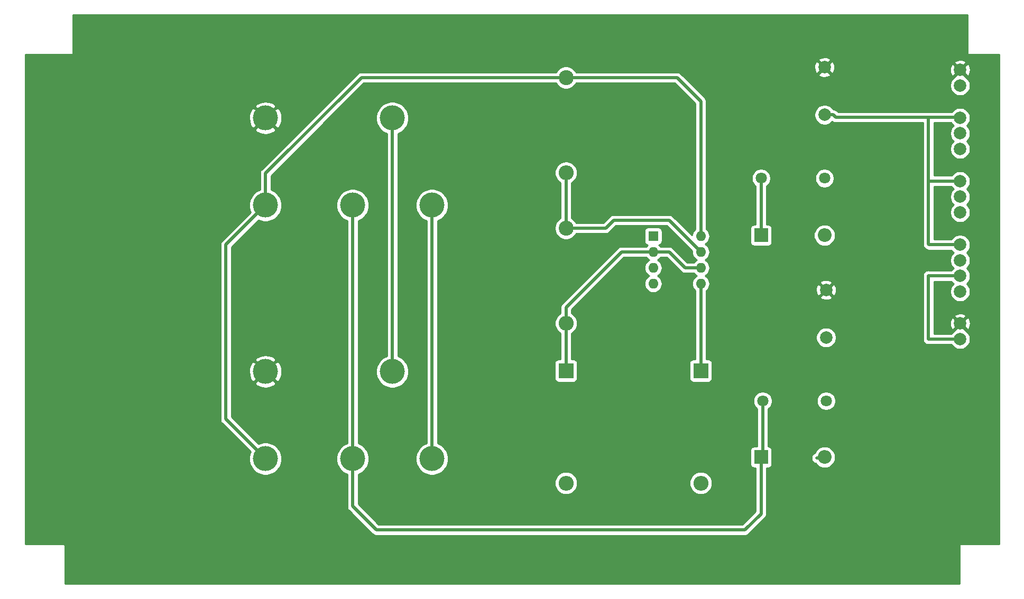
<source format=gbr>
G04 #@! TF.GenerationSoftware,KiCad,Pcbnew,(5.1.4)-1*
G04 #@! TF.CreationDate,2019-09-08T23:44:08+01:00*
G04 #@! TF.ProjectId,lightsBoard,6c696768-7473-4426-9f61-72642e6b6963,rev?*
G04 #@! TF.SameCoordinates,Original*
G04 #@! TF.FileFunction,Copper,L1,Top*
G04 #@! TF.FilePolarity,Positive*
%FSLAX46Y46*%
G04 Gerber Fmt 4.6, Leading zero omitted, Abs format (unit mm)*
G04 Created by KiCad (PCBNEW (5.1.4)-1) date 2019-09-08 23:44:08*
%MOMM*%
%LPD*%
G04 APERTURE LIST*
%ADD10R,2.400000X2.400000*%
%ADD11O,2.400000X2.400000*%
%ADD12O,2.200000X2.200000*%
%ADD13R,2.200000X2.200000*%
%ADD14C,2.000000*%
%ADD15C,2.400000*%
%ADD16R,1.600000X1.600000*%
%ADD17O,1.600000X1.600000*%
%ADD18C,4.000500*%
%ADD19C,1.800000*%
%ADD20C,0.500000*%
%ADD21C,0.254000*%
G04 APERTURE END LIST*
D10*
X143091000Y-106830000D03*
D11*
X143091000Y-124830000D03*
D10*
X164681000Y-106830000D03*
D11*
X164681000Y-124830000D03*
D12*
X184493000Y-85113000D03*
D13*
X174333000Y-85113000D03*
X174333000Y-120673000D03*
D12*
X184493000Y-120673000D03*
D14*
X206210000Y-61110000D03*
X206210000Y-58610000D03*
X206210000Y-71270000D03*
X206210000Y-68770000D03*
X206210000Y-66270000D03*
X206210000Y-76430000D03*
X206210000Y-78930000D03*
X206210000Y-81430000D03*
X206210000Y-94130000D03*
X206210000Y-91630000D03*
X206210000Y-89130000D03*
X206210000Y-86630000D03*
X206210000Y-99250000D03*
X206210000Y-101750000D03*
D11*
X143091000Y-75080000D03*
D15*
X143091000Y-59840000D03*
X143091000Y-83970000D03*
D11*
X143091000Y-99210000D03*
D16*
X157061000Y-85240000D03*
D17*
X164681000Y-92860000D03*
X157061000Y-87780000D03*
X164681000Y-90320000D03*
X157061000Y-90320000D03*
X164681000Y-87780000D03*
X157061000Y-92860000D03*
X164681000Y-85240000D03*
D18*
X94958000Y-66317000D03*
X115278000Y-66317000D03*
X94958000Y-80287000D03*
X108928000Y-80287000D03*
X121628000Y-80287000D03*
X94958000Y-106957000D03*
X115278000Y-106957000D03*
X94958000Y-120927000D03*
X108928000Y-120927000D03*
X121628000Y-120927000D03*
D14*
X184493000Y-58189000D03*
X184493000Y-65809000D03*
D19*
X184493000Y-75969000D03*
X174333000Y-75969000D03*
X174587000Y-111656000D03*
X184747000Y-111656000D03*
D14*
X184747000Y-101496000D03*
X184747000Y-93876000D03*
D20*
X143091000Y-99210000D02*
X143091000Y-106830000D01*
X143091000Y-99210000D02*
X143091000Y-96670000D01*
X151981000Y-87780000D02*
X157061000Y-87780000D01*
X143091000Y-96670000D02*
X151981000Y-87780000D01*
X157061000Y-87780000D02*
X159601000Y-87780000D01*
X162141000Y-90320000D02*
X164681000Y-90320000D01*
X159601000Y-87780000D02*
X162141000Y-90320000D01*
X164681000Y-92860000D02*
X164681000Y-106830000D01*
X121628000Y-80287000D02*
X121628000Y-120927000D01*
X108928000Y-80287000D02*
X108928000Y-120927000D01*
X183270000Y-120800000D02*
X184620000Y-120800000D01*
X174333000Y-77241792D02*
X174333000Y-85113000D01*
X174333000Y-75969000D02*
X174333000Y-77241792D01*
X174587000Y-120419000D02*
X174333000Y-120673000D01*
X174587000Y-111656000D02*
X174587000Y-120419000D01*
X174333000Y-129737000D02*
X174333000Y-120673000D01*
X171713000Y-132357000D02*
X174333000Y-129737000D01*
X112738000Y-132357000D02*
X171713000Y-132357000D01*
X108928000Y-120927000D02*
X108928000Y-128547000D01*
X108928000Y-128547000D02*
X112738000Y-132357000D01*
X206130000Y-66190000D02*
X206210000Y-66270000D01*
X201130000Y-66190000D02*
X201130000Y-76350000D01*
X201130000Y-66190000D02*
X206130000Y-66190000D01*
X201210000Y-76430000D02*
X206210000Y-76430000D01*
X201130000Y-76350000D02*
X201210000Y-76430000D01*
X201130000Y-76350000D02*
X201130000Y-86510000D01*
X201250000Y-86630000D02*
X206210000Y-86630000D01*
X201130000Y-86510000D02*
X201250000Y-86630000D01*
X186288213Y-66190000D02*
X201130000Y-66190000D01*
X185907213Y-65809000D02*
X186288213Y-66190000D01*
X184493000Y-65809000D02*
X185907213Y-65809000D01*
X206210000Y-101750000D02*
X201130000Y-101750000D01*
X201130000Y-101750000D02*
X201130000Y-91590000D01*
X201170000Y-91630000D02*
X206210000Y-91630000D01*
X201130000Y-91590000D02*
X201170000Y-91630000D01*
X143091000Y-75080000D02*
X143091000Y-83970000D01*
X143091000Y-83970000D02*
X149441000Y-83970000D01*
X149441000Y-83970000D02*
X150711000Y-82700000D01*
X159601000Y-82700000D02*
X164681000Y-87780000D01*
X150711000Y-82700000D02*
X159601000Y-82700000D01*
X143091000Y-59840000D02*
X160871000Y-59840000D01*
X164681000Y-63650000D02*
X164681000Y-85240000D01*
X160871000Y-59840000D02*
X164681000Y-63650000D01*
X94958000Y-80287000D02*
X88608000Y-86637000D01*
X88608000Y-114577000D02*
X94958000Y-120927000D01*
X88608000Y-86637000D02*
X88608000Y-114577000D01*
X110325000Y-59840000D02*
X143091000Y-59840000D01*
X94958000Y-80287000D02*
X94958000Y-75207000D01*
X94958000Y-75207000D02*
X110325000Y-59840000D01*
X115278000Y-66317000D02*
X115278000Y-106957000D01*
D21*
G36*
X207353000Y-56030000D02*
G01*
X207355440Y-56054776D01*
X207362667Y-56078601D01*
X207374403Y-56100557D01*
X207390197Y-56119803D01*
X207409443Y-56135597D01*
X207431399Y-56147333D01*
X207455224Y-56154560D01*
X207480000Y-56157000D01*
X212433000Y-56157000D01*
X212433000Y-134643000D01*
X206210000Y-134643000D01*
X206185224Y-134645440D01*
X206161399Y-134652667D01*
X206139443Y-134664403D01*
X206120197Y-134680197D01*
X206104403Y-134699443D01*
X206092667Y-134721399D01*
X206085440Y-134745224D01*
X206083000Y-134770000D01*
X206083000Y-140993000D01*
X62827000Y-140993000D01*
X62827000Y-134770000D01*
X62824560Y-134745224D01*
X62817333Y-134721399D01*
X62805597Y-134699443D01*
X62789803Y-134680197D01*
X62770557Y-134664403D01*
X62748601Y-134652667D01*
X62724776Y-134645440D01*
X62700000Y-134643000D01*
X56477000Y-134643000D01*
X56477000Y-86637000D01*
X87718719Y-86637000D01*
X87723000Y-86680469D01*
X87723001Y-114533521D01*
X87718719Y-114577000D01*
X87735805Y-114750490D01*
X87786412Y-114917313D01*
X87868590Y-115071059D01*
X87951468Y-115172046D01*
X87951471Y-115172049D01*
X87979184Y-115205817D01*
X88012952Y-115233530D01*
X92574488Y-119795067D01*
X92424021Y-120158326D01*
X92322750Y-120667451D01*
X92322750Y-121186549D01*
X92424021Y-121695674D01*
X92622672Y-122175259D01*
X92911068Y-122606874D01*
X93278126Y-122973932D01*
X93709741Y-123262328D01*
X94189326Y-123460979D01*
X94698451Y-123562250D01*
X95217549Y-123562250D01*
X95726674Y-123460979D01*
X96206259Y-123262328D01*
X96637874Y-122973932D01*
X97004932Y-122606874D01*
X97293328Y-122175259D01*
X97491979Y-121695674D01*
X97593250Y-121186549D01*
X97593250Y-120667451D01*
X97491979Y-120158326D01*
X97293328Y-119678741D01*
X97004932Y-119247126D01*
X96637874Y-118880068D01*
X96206259Y-118591672D01*
X95726674Y-118393021D01*
X95217549Y-118291750D01*
X94698451Y-118291750D01*
X94189326Y-118393021D01*
X93826067Y-118543488D01*
X89493000Y-114210422D01*
X89493000Y-108804676D01*
X93289929Y-108804676D01*
X93506080Y-109171461D01*
X93965998Y-109412167D01*
X94464039Y-109558522D01*
X94981062Y-109604901D01*
X95497199Y-109549524D01*
X95992614Y-109394517D01*
X96409920Y-109171461D01*
X96626071Y-108804676D01*
X94958000Y-107136605D01*
X93289929Y-108804676D01*
X89493000Y-108804676D01*
X89493000Y-106980062D01*
X92310099Y-106980062D01*
X92365476Y-107496199D01*
X92520483Y-107991614D01*
X92743539Y-108408920D01*
X93110324Y-108625071D01*
X94778395Y-106957000D01*
X95137605Y-106957000D01*
X96805676Y-108625071D01*
X97172461Y-108408920D01*
X97413167Y-107949002D01*
X97559522Y-107450961D01*
X97605901Y-106933938D01*
X97550524Y-106417801D01*
X97395517Y-105922386D01*
X97172461Y-105505080D01*
X96805676Y-105288929D01*
X95137605Y-106957000D01*
X94778395Y-106957000D01*
X93110324Y-105288929D01*
X92743539Y-105505080D01*
X92502833Y-105964998D01*
X92356478Y-106463039D01*
X92310099Y-106980062D01*
X89493000Y-106980062D01*
X89493000Y-105109324D01*
X93289929Y-105109324D01*
X94958000Y-106777395D01*
X96626071Y-105109324D01*
X96409920Y-104742539D01*
X95950002Y-104501833D01*
X95451961Y-104355478D01*
X94934938Y-104309099D01*
X94418801Y-104364476D01*
X93923386Y-104519483D01*
X93506080Y-104742539D01*
X93289929Y-105109324D01*
X89493000Y-105109324D01*
X89493000Y-87003578D01*
X93826067Y-82670512D01*
X94189326Y-82820979D01*
X94698451Y-82922250D01*
X95217549Y-82922250D01*
X95726674Y-82820979D01*
X96206259Y-82622328D01*
X96637874Y-82333932D01*
X97004932Y-81966874D01*
X97293328Y-81535259D01*
X97491979Y-81055674D01*
X97593250Y-80546549D01*
X97593250Y-80027451D01*
X106292750Y-80027451D01*
X106292750Y-80546549D01*
X106394021Y-81055674D01*
X106592672Y-81535259D01*
X106881068Y-81966874D01*
X107248126Y-82333932D01*
X107679741Y-82622328D01*
X108043000Y-82772795D01*
X108043001Y-118441205D01*
X107679741Y-118591672D01*
X107248126Y-118880068D01*
X106881068Y-119247126D01*
X106592672Y-119678741D01*
X106394021Y-120158326D01*
X106292750Y-120667451D01*
X106292750Y-121186549D01*
X106394021Y-121695674D01*
X106592672Y-122175259D01*
X106881068Y-122606874D01*
X107248126Y-122973932D01*
X107679741Y-123262328D01*
X108043000Y-123412795D01*
X108043001Y-128503521D01*
X108038719Y-128547000D01*
X108055805Y-128720490D01*
X108106412Y-128887313D01*
X108188590Y-129041059D01*
X108271468Y-129142046D01*
X108271471Y-129142049D01*
X108299184Y-129175817D01*
X108332951Y-129203530D01*
X112081470Y-132952049D01*
X112109183Y-132985817D01*
X112142951Y-133013530D01*
X112142953Y-133013532D01*
X112243941Y-133096411D01*
X112397686Y-133178589D01*
X112564510Y-133229195D01*
X112694523Y-133242000D01*
X112694531Y-133242000D01*
X112738000Y-133246281D01*
X112781469Y-133242000D01*
X171669531Y-133242000D01*
X171713000Y-133246281D01*
X171756469Y-133242000D01*
X171756477Y-133242000D01*
X171886490Y-133229195D01*
X172053313Y-133178589D01*
X172207059Y-133096411D01*
X172341817Y-132985817D01*
X172369534Y-132952044D01*
X174928050Y-130393529D01*
X174961817Y-130365817D01*
X175072411Y-130231059D01*
X175072412Y-130231058D01*
X175154589Y-130077314D01*
X175205195Y-129910490D01*
X175205195Y-129910489D01*
X175218000Y-129780477D01*
X175218000Y-129780469D01*
X175222281Y-129737000D01*
X175218000Y-129693531D01*
X175218000Y-122411072D01*
X175433000Y-122411072D01*
X175557482Y-122398812D01*
X175677180Y-122362502D01*
X175787494Y-122303537D01*
X175884185Y-122224185D01*
X175963537Y-122127494D01*
X176022502Y-122017180D01*
X176058812Y-121897482D01*
X176071072Y-121773000D01*
X176071072Y-120800000D01*
X182380718Y-120800000D01*
X182397805Y-120973490D01*
X182448411Y-121140313D01*
X182530589Y-121294059D01*
X182641183Y-121428817D01*
X182775941Y-121539411D01*
X182929687Y-121621589D01*
X183059279Y-121660901D01*
X183260234Y-121905766D01*
X183524422Y-122122579D01*
X183825832Y-122283686D01*
X184152881Y-122382895D01*
X184407775Y-122408000D01*
X184578225Y-122408000D01*
X184833119Y-122382895D01*
X185160168Y-122283686D01*
X185461578Y-122122579D01*
X185725766Y-121905766D01*
X185942579Y-121641578D01*
X186103686Y-121340168D01*
X186202895Y-121013119D01*
X186236394Y-120673000D01*
X186202895Y-120332881D01*
X186103686Y-120005832D01*
X185942579Y-119704422D01*
X185725766Y-119440234D01*
X185461578Y-119223421D01*
X185160168Y-119062314D01*
X184833119Y-118963105D01*
X184578225Y-118938000D01*
X184407775Y-118938000D01*
X184152881Y-118963105D01*
X183825832Y-119062314D01*
X183524422Y-119223421D01*
X183260234Y-119440234D01*
X183043421Y-119704422D01*
X182883885Y-120002892D01*
X182775941Y-120060589D01*
X182641183Y-120171183D01*
X182530589Y-120305941D01*
X182448411Y-120459687D01*
X182397805Y-120626510D01*
X182380718Y-120800000D01*
X176071072Y-120800000D01*
X176071072Y-119573000D01*
X176058812Y-119448518D01*
X176022502Y-119328820D01*
X175963537Y-119218506D01*
X175884185Y-119121815D01*
X175787494Y-119042463D01*
X175677180Y-118983498D01*
X175557482Y-118947188D01*
X175472000Y-118938769D01*
X175472000Y-112910790D01*
X175565505Y-112848312D01*
X175779312Y-112634505D01*
X175947299Y-112383095D01*
X176063011Y-112103743D01*
X176122000Y-111807184D01*
X176122000Y-111504816D01*
X183212000Y-111504816D01*
X183212000Y-111807184D01*
X183270989Y-112103743D01*
X183386701Y-112383095D01*
X183554688Y-112634505D01*
X183768495Y-112848312D01*
X184019905Y-113016299D01*
X184299257Y-113132011D01*
X184595816Y-113191000D01*
X184898184Y-113191000D01*
X185194743Y-113132011D01*
X185474095Y-113016299D01*
X185725505Y-112848312D01*
X185939312Y-112634505D01*
X186107299Y-112383095D01*
X186223011Y-112103743D01*
X186282000Y-111807184D01*
X186282000Y-111504816D01*
X186223011Y-111208257D01*
X186107299Y-110928905D01*
X185939312Y-110677495D01*
X185725505Y-110463688D01*
X185474095Y-110295701D01*
X185194743Y-110179989D01*
X184898184Y-110121000D01*
X184595816Y-110121000D01*
X184299257Y-110179989D01*
X184019905Y-110295701D01*
X183768495Y-110463688D01*
X183554688Y-110677495D01*
X183386701Y-110928905D01*
X183270989Y-111208257D01*
X183212000Y-111504816D01*
X176122000Y-111504816D01*
X176063011Y-111208257D01*
X175947299Y-110928905D01*
X175779312Y-110677495D01*
X175565505Y-110463688D01*
X175314095Y-110295701D01*
X175034743Y-110179989D01*
X174738184Y-110121000D01*
X174435816Y-110121000D01*
X174139257Y-110179989D01*
X173859905Y-110295701D01*
X173608495Y-110463688D01*
X173394688Y-110677495D01*
X173226701Y-110928905D01*
X173110989Y-111208257D01*
X173052000Y-111504816D01*
X173052000Y-111807184D01*
X173110989Y-112103743D01*
X173226701Y-112383095D01*
X173394688Y-112634505D01*
X173608495Y-112848312D01*
X173702000Y-112910790D01*
X173702001Y-118934928D01*
X173233000Y-118934928D01*
X173108518Y-118947188D01*
X172988820Y-118983498D01*
X172878506Y-119042463D01*
X172781815Y-119121815D01*
X172702463Y-119218506D01*
X172643498Y-119328820D01*
X172607188Y-119448518D01*
X172594928Y-119573000D01*
X172594928Y-121773000D01*
X172607188Y-121897482D01*
X172643498Y-122017180D01*
X172702463Y-122127494D01*
X172781815Y-122224185D01*
X172878506Y-122303537D01*
X172988820Y-122362502D01*
X173108518Y-122398812D01*
X173233000Y-122411072D01*
X173448001Y-122411072D01*
X173448000Y-129370421D01*
X171346422Y-131472000D01*
X113104579Y-131472000D01*
X109813000Y-128180422D01*
X109813000Y-124830000D01*
X141247122Y-124830000D01*
X141282552Y-125189723D01*
X141387479Y-125535622D01*
X141557871Y-125854404D01*
X141787181Y-126133819D01*
X142066596Y-126363129D01*
X142385378Y-126533521D01*
X142731277Y-126638448D01*
X143000861Y-126665000D01*
X143181139Y-126665000D01*
X143450723Y-126638448D01*
X143796622Y-126533521D01*
X144115404Y-126363129D01*
X144394819Y-126133819D01*
X144624129Y-125854404D01*
X144794521Y-125535622D01*
X144899448Y-125189723D01*
X144934878Y-124830000D01*
X162837122Y-124830000D01*
X162872552Y-125189723D01*
X162977479Y-125535622D01*
X163147871Y-125854404D01*
X163377181Y-126133819D01*
X163656596Y-126363129D01*
X163975378Y-126533521D01*
X164321277Y-126638448D01*
X164590861Y-126665000D01*
X164771139Y-126665000D01*
X165040723Y-126638448D01*
X165386622Y-126533521D01*
X165705404Y-126363129D01*
X165984819Y-126133819D01*
X166214129Y-125854404D01*
X166384521Y-125535622D01*
X166489448Y-125189723D01*
X166524878Y-124830000D01*
X166489448Y-124470277D01*
X166384521Y-124124378D01*
X166214129Y-123805596D01*
X165984819Y-123526181D01*
X165705404Y-123296871D01*
X165386622Y-123126479D01*
X165040723Y-123021552D01*
X164771139Y-122995000D01*
X164590861Y-122995000D01*
X164321277Y-123021552D01*
X163975378Y-123126479D01*
X163656596Y-123296871D01*
X163377181Y-123526181D01*
X163147871Y-123805596D01*
X162977479Y-124124378D01*
X162872552Y-124470277D01*
X162837122Y-124830000D01*
X144934878Y-124830000D01*
X144899448Y-124470277D01*
X144794521Y-124124378D01*
X144624129Y-123805596D01*
X144394819Y-123526181D01*
X144115404Y-123296871D01*
X143796622Y-123126479D01*
X143450723Y-123021552D01*
X143181139Y-122995000D01*
X143000861Y-122995000D01*
X142731277Y-123021552D01*
X142385378Y-123126479D01*
X142066596Y-123296871D01*
X141787181Y-123526181D01*
X141557871Y-123805596D01*
X141387479Y-124124378D01*
X141282552Y-124470277D01*
X141247122Y-124830000D01*
X109813000Y-124830000D01*
X109813000Y-123412795D01*
X110176259Y-123262328D01*
X110607874Y-122973932D01*
X110974932Y-122606874D01*
X111263328Y-122175259D01*
X111461979Y-121695674D01*
X111563250Y-121186549D01*
X111563250Y-120667451D01*
X111461979Y-120158326D01*
X111263328Y-119678741D01*
X110974932Y-119247126D01*
X110607874Y-118880068D01*
X110176259Y-118591672D01*
X109813000Y-118441205D01*
X109813000Y-82772795D01*
X110176259Y-82622328D01*
X110607874Y-82333932D01*
X110974932Y-81966874D01*
X111263328Y-81535259D01*
X111461979Y-81055674D01*
X111563250Y-80546549D01*
X111563250Y-80027451D01*
X111461979Y-79518326D01*
X111263328Y-79038741D01*
X110974932Y-78607126D01*
X110607874Y-78240068D01*
X110176259Y-77951672D01*
X109696674Y-77753021D01*
X109187549Y-77651750D01*
X108668451Y-77651750D01*
X108159326Y-77753021D01*
X107679741Y-77951672D01*
X107248126Y-78240068D01*
X106881068Y-78607126D01*
X106592672Y-79038741D01*
X106394021Y-79518326D01*
X106292750Y-80027451D01*
X97593250Y-80027451D01*
X97491979Y-79518326D01*
X97293328Y-79038741D01*
X97004932Y-78607126D01*
X96637874Y-78240068D01*
X96206259Y-77951672D01*
X95843000Y-77801205D01*
X95843000Y-75573578D01*
X105359127Y-66057451D01*
X112642750Y-66057451D01*
X112642750Y-66576549D01*
X112744021Y-67085674D01*
X112942672Y-67565259D01*
X113231068Y-67996874D01*
X113598126Y-68363932D01*
X114029741Y-68652328D01*
X114393000Y-68802795D01*
X114393001Y-104471205D01*
X114029741Y-104621672D01*
X113598126Y-104910068D01*
X113231068Y-105277126D01*
X112942672Y-105708741D01*
X112744021Y-106188326D01*
X112642750Y-106697451D01*
X112642750Y-107216549D01*
X112744021Y-107725674D01*
X112942672Y-108205259D01*
X113231068Y-108636874D01*
X113598126Y-109003932D01*
X114029741Y-109292328D01*
X114509326Y-109490979D01*
X115018451Y-109592250D01*
X115537549Y-109592250D01*
X116046674Y-109490979D01*
X116526259Y-109292328D01*
X116957874Y-109003932D01*
X117324932Y-108636874D01*
X117613328Y-108205259D01*
X117811979Y-107725674D01*
X117913250Y-107216549D01*
X117913250Y-106697451D01*
X117811979Y-106188326D01*
X117613328Y-105708741D01*
X117324932Y-105277126D01*
X116957874Y-104910068D01*
X116526259Y-104621672D01*
X116163000Y-104471205D01*
X116163000Y-80027451D01*
X118992750Y-80027451D01*
X118992750Y-80546549D01*
X119094021Y-81055674D01*
X119292672Y-81535259D01*
X119581068Y-81966874D01*
X119948126Y-82333932D01*
X120379741Y-82622328D01*
X120743000Y-82772795D01*
X120743001Y-118441205D01*
X120379741Y-118591672D01*
X119948126Y-118880068D01*
X119581068Y-119247126D01*
X119292672Y-119678741D01*
X119094021Y-120158326D01*
X118992750Y-120667451D01*
X118992750Y-121186549D01*
X119094021Y-121695674D01*
X119292672Y-122175259D01*
X119581068Y-122606874D01*
X119948126Y-122973932D01*
X120379741Y-123262328D01*
X120859326Y-123460979D01*
X121368451Y-123562250D01*
X121887549Y-123562250D01*
X122396674Y-123460979D01*
X122876259Y-123262328D01*
X123307874Y-122973932D01*
X123674932Y-122606874D01*
X123963328Y-122175259D01*
X124161979Y-121695674D01*
X124263250Y-121186549D01*
X124263250Y-120667451D01*
X124161979Y-120158326D01*
X123963328Y-119678741D01*
X123674932Y-119247126D01*
X123307874Y-118880068D01*
X122876259Y-118591672D01*
X122513000Y-118441205D01*
X122513000Y-82772795D01*
X122876259Y-82622328D01*
X123307874Y-82333932D01*
X123674932Y-81966874D01*
X123963328Y-81535259D01*
X124161979Y-81055674D01*
X124263250Y-80546549D01*
X124263250Y-80027451D01*
X124161979Y-79518326D01*
X123963328Y-79038741D01*
X123674932Y-78607126D01*
X123307874Y-78240068D01*
X122876259Y-77951672D01*
X122396674Y-77753021D01*
X121887549Y-77651750D01*
X121368451Y-77651750D01*
X120859326Y-77753021D01*
X120379741Y-77951672D01*
X119948126Y-78240068D01*
X119581068Y-78607126D01*
X119292672Y-79038741D01*
X119094021Y-79518326D01*
X118992750Y-80027451D01*
X116163000Y-80027451D01*
X116163000Y-68802795D01*
X116526259Y-68652328D01*
X116957874Y-68363932D01*
X117324932Y-67996874D01*
X117613328Y-67565259D01*
X117811979Y-67085674D01*
X117913250Y-66576549D01*
X117913250Y-66057451D01*
X117811979Y-65548326D01*
X117613328Y-65068741D01*
X117324932Y-64637126D01*
X116957874Y-64270068D01*
X116526259Y-63981672D01*
X116046674Y-63783021D01*
X115537549Y-63681750D01*
X115018451Y-63681750D01*
X114509326Y-63783021D01*
X114029741Y-63981672D01*
X113598126Y-64270068D01*
X113231068Y-64637126D01*
X112942672Y-65068741D01*
X112744021Y-65548326D01*
X112642750Y-66057451D01*
X105359127Y-66057451D01*
X110691579Y-60725000D01*
X141475402Y-60725000D01*
X141665662Y-61009744D01*
X141921256Y-61265338D01*
X142221801Y-61466156D01*
X142555750Y-61604482D01*
X142910268Y-61675000D01*
X143271732Y-61675000D01*
X143626250Y-61604482D01*
X143960199Y-61466156D01*
X144260744Y-61265338D01*
X144516338Y-61009744D01*
X144706598Y-60725000D01*
X160504422Y-60725000D01*
X163796000Y-64016579D01*
X163796001Y-84109921D01*
X163661392Y-84220392D01*
X163482068Y-84438899D01*
X163348818Y-84688192D01*
X163266764Y-84958691D01*
X163252822Y-85100243D01*
X160257534Y-82104956D01*
X160229817Y-82071183D01*
X160095059Y-81960589D01*
X159941313Y-81878411D01*
X159774490Y-81827805D01*
X159644477Y-81815000D01*
X159644469Y-81815000D01*
X159601000Y-81810719D01*
X159557531Y-81815000D01*
X150754465Y-81815000D01*
X150710999Y-81810719D01*
X150667533Y-81815000D01*
X150667523Y-81815000D01*
X150537510Y-81827805D01*
X150370687Y-81878411D01*
X150216941Y-81960589D01*
X150216939Y-81960590D01*
X150216940Y-81960590D01*
X150115953Y-82043468D01*
X150115951Y-82043470D01*
X150082183Y-82071183D01*
X150054470Y-82104951D01*
X149074422Y-83085000D01*
X144706598Y-83085000D01*
X144516338Y-82800256D01*
X144260744Y-82544662D01*
X143976000Y-82354402D01*
X143976000Y-76687642D01*
X144115404Y-76613129D01*
X144394819Y-76383819D01*
X144624129Y-76104404D01*
X144794521Y-75785622D01*
X144899448Y-75439723D01*
X144934878Y-75080000D01*
X144899448Y-74720277D01*
X144794521Y-74374378D01*
X144624129Y-74055596D01*
X144394819Y-73776181D01*
X144115404Y-73546871D01*
X143796622Y-73376479D01*
X143450723Y-73271552D01*
X143181139Y-73245000D01*
X143000861Y-73245000D01*
X142731277Y-73271552D01*
X142385378Y-73376479D01*
X142066596Y-73546871D01*
X141787181Y-73776181D01*
X141557871Y-74055596D01*
X141387479Y-74374378D01*
X141282552Y-74720277D01*
X141247122Y-75080000D01*
X141282552Y-75439723D01*
X141387479Y-75785622D01*
X141557871Y-76104404D01*
X141787181Y-76383819D01*
X142066596Y-76613129D01*
X142206000Y-76687642D01*
X142206001Y-82354401D01*
X141921256Y-82544662D01*
X141665662Y-82800256D01*
X141464844Y-83100801D01*
X141326518Y-83434750D01*
X141256000Y-83789268D01*
X141256000Y-84150732D01*
X141326518Y-84505250D01*
X141464844Y-84839199D01*
X141665662Y-85139744D01*
X141921256Y-85395338D01*
X142221801Y-85596156D01*
X142555750Y-85734482D01*
X142910268Y-85805000D01*
X143271732Y-85805000D01*
X143626250Y-85734482D01*
X143960199Y-85596156D01*
X144260744Y-85395338D01*
X144516338Y-85139744D01*
X144706598Y-84855000D01*
X149397531Y-84855000D01*
X149441000Y-84859281D01*
X149484469Y-84855000D01*
X149484477Y-84855000D01*
X149614490Y-84842195D01*
X149781313Y-84791589D01*
X149935059Y-84709411D01*
X150069817Y-84598817D01*
X150097534Y-84565044D01*
X151077579Y-83585000D01*
X159234422Y-83585000D01*
X163256125Y-87606704D01*
X163239057Y-87780000D01*
X163266764Y-88061309D01*
X163348818Y-88331808D01*
X163482068Y-88581101D01*
X163661392Y-88799608D01*
X163879899Y-88978932D01*
X164012858Y-89050000D01*
X163879899Y-89121068D01*
X163661392Y-89300392D01*
X163550922Y-89435000D01*
X162507579Y-89435000D01*
X160257534Y-87184956D01*
X160229817Y-87151183D01*
X160095059Y-87040589D01*
X159941313Y-86958411D01*
X159774490Y-86907805D01*
X159644477Y-86895000D01*
X159644469Y-86895000D01*
X159601000Y-86890719D01*
X159557531Y-86895000D01*
X158191078Y-86895000D01*
X158080608Y-86760392D01*
X157967518Y-86667581D01*
X157985482Y-86665812D01*
X158105180Y-86629502D01*
X158215494Y-86570537D01*
X158312185Y-86491185D01*
X158391537Y-86394494D01*
X158450502Y-86284180D01*
X158486812Y-86164482D01*
X158499072Y-86040000D01*
X158499072Y-84440000D01*
X158486812Y-84315518D01*
X158450502Y-84195820D01*
X158391537Y-84085506D01*
X158312185Y-83988815D01*
X158215494Y-83909463D01*
X158105180Y-83850498D01*
X157985482Y-83814188D01*
X157861000Y-83801928D01*
X156261000Y-83801928D01*
X156136518Y-83814188D01*
X156016820Y-83850498D01*
X155906506Y-83909463D01*
X155809815Y-83988815D01*
X155730463Y-84085506D01*
X155671498Y-84195820D01*
X155635188Y-84315518D01*
X155622928Y-84440000D01*
X155622928Y-86040000D01*
X155635188Y-86164482D01*
X155671498Y-86284180D01*
X155730463Y-86394494D01*
X155809815Y-86491185D01*
X155906506Y-86570537D01*
X156016820Y-86629502D01*
X156136518Y-86665812D01*
X156154482Y-86667581D01*
X156041392Y-86760392D01*
X155930922Y-86895000D01*
X152024469Y-86895000D01*
X151981000Y-86890719D01*
X151937531Y-86895000D01*
X151937523Y-86895000D01*
X151807510Y-86907805D01*
X151640686Y-86958411D01*
X151486941Y-87040589D01*
X151385953Y-87123468D01*
X151385951Y-87123470D01*
X151352183Y-87151183D01*
X151324470Y-87184951D01*
X142495952Y-96013470D01*
X142462184Y-96041183D01*
X142434471Y-96074951D01*
X142434468Y-96074954D01*
X142351590Y-96175941D01*
X142269412Y-96329687D01*
X142218805Y-96496510D01*
X142201719Y-96670000D01*
X142206001Y-96713479D01*
X142206001Y-97602358D01*
X142066596Y-97676871D01*
X141787181Y-97906181D01*
X141557871Y-98185596D01*
X141387479Y-98504378D01*
X141282552Y-98850277D01*
X141247122Y-99210000D01*
X141282552Y-99569723D01*
X141387479Y-99915622D01*
X141557871Y-100234404D01*
X141787181Y-100513819D01*
X142066596Y-100743129D01*
X142206000Y-100817642D01*
X142206001Y-104991928D01*
X141891000Y-104991928D01*
X141766518Y-105004188D01*
X141646820Y-105040498D01*
X141536506Y-105099463D01*
X141439815Y-105178815D01*
X141360463Y-105275506D01*
X141301498Y-105385820D01*
X141265188Y-105505518D01*
X141252928Y-105630000D01*
X141252928Y-108030000D01*
X141265188Y-108154482D01*
X141301498Y-108274180D01*
X141360463Y-108384494D01*
X141439815Y-108481185D01*
X141536506Y-108560537D01*
X141646820Y-108619502D01*
X141766518Y-108655812D01*
X141891000Y-108668072D01*
X144291000Y-108668072D01*
X144415482Y-108655812D01*
X144535180Y-108619502D01*
X144645494Y-108560537D01*
X144742185Y-108481185D01*
X144821537Y-108384494D01*
X144880502Y-108274180D01*
X144916812Y-108154482D01*
X144929072Y-108030000D01*
X144929072Y-105630000D01*
X144916812Y-105505518D01*
X144880502Y-105385820D01*
X144821537Y-105275506D01*
X144742185Y-105178815D01*
X144645494Y-105099463D01*
X144535180Y-105040498D01*
X144415482Y-105004188D01*
X144291000Y-104991928D01*
X143976000Y-104991928D01*
X143976000Y-100817642D01*
X144115404Y-100743129D01*
X144394819Y-100513819D01*
X144624129Y-100234404D01*
X144794521Y-99915622D01*
X144899448Y-99569723D01*
X144934878Y-99210000D01*
X144899448Y-98850277D01*
X144794521Y-98504378D01*
X144624129Y-98185596D01*
X144394819Y-97906181D01*
X144115404Y-97676871D01*
X143976000Y-97602358D01*
X143976000Y-97036578D01*
X152347579Y-88665000D01*
X155930922Y-88665000D01*
X156041392Y-88799608D01*
X156259899Y-88978932D01*
X156392858Y-89050000D01*
X156259899Y-89121068D01*
X156041392Y-89300392D01*
X155862068Y-89518899D01*
X155728818Y-89768192D01*
X155646764Y-90038691D01*
X155619057Y-90320000D01*
X155646764Y-90601309D01*
X155728818Y-90871808D01*
X155862068Y-91121101D01*
X156041392Y-91339608D01*
X156259899Y-91518932D01*
X156392858Y-91590000D01*
X156259899Y-91661068D01*
X156041392Y-91840392D01*
X155862068Y-92058899D01*
X155728818Y-92308192D01*
X155646764Y-92578691D01*
X155619057Y-92860000D01*
X155646764Y-93141309D01*
X155728818Y-93411808D01*
X155862068Y-93661101D01*
X156041392Y-93879608D01*
X156259899Y-94058932D01*
X156509192Y-94192182D01*
X156779691Y-94274236D01*
X156990508Y-94295000D01*
X157131492Y-94295000D01*
X157342309Y-94274236D01*
X157612808Y-94192182D01*
X157862101Y-94058932D01*
X158080608Y-93879608D01*
X158259932Y-93661101D01*
X158393182Y-93411808D01*
X158475236Y-93141309D01*
X158502943Y-92860000D01*
X158475236Y-92578691D01*
X158393182Y-92308192D01*
X158259932Y-92058899D01*
X158080608Y-91840392D01*
X157862101Y-91661068D01*
X157729142Y-91590000D01*
X157862101Y-91518932D01*
X158080608Y-91339608D01*
X158259932Y-91121101D01*
X158393182Y-90871808D01*
X158475236Y-90601309D01*
X158502943Y-90320000D01*
X158475236Y-90038691D01*
X158393182Y-89768192D01*
X158259932Y-89518899D01*
X158080608Y-89300392D01*
X157862101Y-89121068D01*
X157729142Y-89050000D01*
X157862101Y-88978932D01*
X158080608Y-88799608D01*
X158191078Y-88665000D01*
X159234422Y-88665000D01*
X161484470Y-90915049D01*
X161512183Y-90948817D01*
X161545951Y-90976530D01*
X161545953Y-90976532D01*
X161617140Y-91034954D01*
X161646941Y-91059411D01*
X161800687Y-91141589D01*
X161967510Y-91192195D01*
X162097523Y-91205000D01*
X162097533Y-91205000D01*
X162140999Y-91209281D01*
X162184465Y-91205000D01*
X163550922Y-91205000D01*
X163661392Y-91339608D01*
X163879899Y-91518932D01*
X164012858Y-91590000D01*
X163879899Y-91661068D01*
X163661392Y-91840392D01*
X163482068Y-92058899D01*
X163348818Y-92308192D01*
X163266764Y-92578691D01*
X163239057Y-92860000D01*
X163266764Y-93141309D01*
X163348818Y-93411808D01*
X163482068Y-93661101D01*
X163661392Y-93879608D01*
X163796000Y-93990078D01*
X163796001Y-104991928D01*
X163481000Y-104991928D01*
X163356518Y-105004188D01*
X163236820Y-105040498D01*
X163126506Y-105099463D01*
X163029815Y-105178815D01*
X162950463Y-105275506D01*
X162891498Y-105385820D01*
X162855188Y-105505518D01*
X162842928Y-105630000D01*
X162842928Y-108030000D01*
X162855188Y-108154482D01*
X162891498Y-108274180D01*
X162950463Y-108384494D01*
X163029815Y-108481185D01*
X163126506Y-108560537D01*
X163236820Y-108619502D01*
X163356518Y-108655812D01*
X163481000Y-108668072D01*
X165881000Y-108668072D01*
X166005482Y-108655812D01*
X166125180Y-108619502D01*
X166235494Y-108560537D01*
X166332185Y-108481185D01*
X166411537Y-108384494D01*
X166470502Y-108274180D01*
X166506812Y-108154482D01*
X166519072Y-108030000D01*
X166519072Y-105630000D01*
X166506812Y-105505518D01*
X166470502Y-105385820D01*
X166411537Y-105275506D01*
X166332185Y-105178815D01*
X166235494Y-105099463D01*
X166125180Y-105040498D01*
X166005482Y-105004188D01*
X165881000Y-104991928D01*
X165566000Y-104991928D01*
X165566000Y-101334967D01*
X183112000Y-101334967D01*
X183112000Y-101657033D01*
X183174832Y-101972912D01*
X183298082Y-102270463D01*
X183477013Y-102538252D01*
X183704748Y-102765987D01*
X183972537Y-102944918D01*
X184270088Y-103068168D01*
X184585967Y-103131000D01*
X184908033Y-103131000D01*
X185223912Y-103068168D01*
X185521463Y-102944918D01*
X185789252Y-102765987D01*
X186016987Y-102538252D01*
X186195918Y-102270463D01*
X186319168Y-101972912D01*
X186382000Y-101657033D01*
X186382000Y-101334967D01*
X186319168Y-101019088D01*
X186195918Y-100721537D01*
X186016987Y-100453748D01*
X185789252Y-100226013D01*
X185521463Y-100047082D01*
X185223912Y-99923832D01*
X184908033Y-99861000D01*
X184585967Y-99861000D01*
X184270088Y-99923832D01*
X183972537Y-100047082D01*
X183704748Y-100226013D01*
X183477013Y-100453748D01*
X183298082Y-100721537D01*
X183174832Y-101019088D01*
X183112000Y-101334967D01*
X165566000Y-101334967D01*
X165566000Y-95011413D01*
X183791192Y-95011413D01*
X183886956Y-95275814D01*
X184176571Y-95416704D01*
X184488108Y-95498384D01*
X184809595Y-95517718D01*
X185128675Y-95473961D01*
X185433088Y-95368795D01*
X185607044Y-95275814D01*
X185702808Y-95011413D01*
X184747000Y-94055605D01*
X183791192Y-95011413D01*
X165566000Y-95011413D01*
X165566000Y-93990078D01*
X165628732Y-93938595D01*
X183105282Y-93938595D01*
X183149039Y-94257675D01*
X183254205Y-94562088D01*
X183347186Y-94736044D01*
X183611587Y-94831808D01*
X184567395Y-93876000D01*
X184926605Y-93876000D01*
X185882413Y-94831808D01*
X186146814Y-94736044D01*
X186287704Y-94446429D01*
X186369384Y-94134892D01*
X186388718Y-93813405D01*
X186344961Y-93494325D01*
X186239795Y-93189912D01*
X186146814Y-93015956D01*
X185882413Y-92920192D01*
X184926605Y-93876000D01*
X184567395Y-93876000D01*
X183611587Y-92920192D01*
X183347186Y-93015956D01*
X183206296Y-93305571D01*
X183124616Y-93617108D01*
X183105282Y-93938595D01*
X165628732Y-93938595D01*
X165700608Y-93879608D01*
X165879932Y-93661101D01*
X166013182Y-93411808D01*
X166095236Y-93141309D01*
X166122943Y-92860000D01*
X166111182Y-92740587D01*
X183791192Y-92740587D01*
X184747000Y-93696395D01*
X185702808Y-92740587D01*
X185607044Y-92476186D01*
X185317429Y-92335296D01*
X185005892Y-92253616D01*
X184684405Y-92234282D01*
X184365325Y-92278039D01*
X184060912Y-92383205D01*
X183886956Y-92476186D01*
X183791192Y-92740587D01*
X166111182Y-92740587D01*
X166095236Y-92578691D01*
X166013182Y-92308192D01*
X165879932Y-92058899D01*
X165700608Y-91840392D01*
X165482101Y-91661068D01*
X165349142Y-91590000D01*
X165482101Y-91518932D01*
X165700608Y-91339608D01*
X165879932Y-91121101D01*
X166013182Y-90871808D01*
X166095236Y-90601309D01*
X166122943Y-90320000D01*
X166095236Y-90038691D01*
X166013182Y-89768192D01*
X165879932Y-89518899D01*
X165700608Y-89300392D01*
X165482101Y-89121068D01*
X165349142Y-89050000D01*
X165482101Y-88978932D01*
X165700608Y-88799608D01*
X165879932Y-88581101D01*
X166013182Y-88331808D01*
X166095236Y-88061309D01*
X166122943Y-87780000D01*
X166095236Y-87498691D01*
X166013182Y-87228192D01*
X165879932Y-86978899D01*
X165700608Y-86760392D01*
X165482101Y-86581068D01*
X165349142Y-86510000D01*
X165482101Y-86438932D01*
X165700608Y-86259608D01*
X165879932Y-86041101D01*
X166013182Y-85791808D01*
X166095236Y-85521309D01*
X166122943Y-85240000D01*
X166095236Y-84958691D01*
X166013182Y-84688192D01*
X165879932Y-84438899D01*
X165700608Y-84220392D01*
X165566000Y-84109922D01*
X165566000Y-84013000D01*
X172594928Y-84013000D01*
X172594928Y-86213000D01*
X172607188Y-86337482D01*
X172643498Y-86457180D01*
X172702463Y-86567494D01*
X172781815Y-86664185D01*
X172878506Y-86743537D01*
X172988820Y-86802502D01*
X173108518Y-86838812D01*
X173233000Y-86851072D01*
X175433000Y-86851072D01*
X175557482Y-86838812D01*
X175677180Y-86802502D01*
X175787494Y-86743537D01*
X175884185Y-86664185D01*
X175963537Y-86567494D01*
X176022502Y-86457180D01*
X176058812Y-86337482D01*
X176071072Y-86213000D01*
X176071072Y-85113000D01*
X182749606Y-85113000D01*
X182783105Y-85453119D01*
X182882314Y-85780168D01*
X183043421Y-86081578D01*
X183260234Y-86345766D01*
X183524422Y-86562579D01*
X183825832Y-86723686D01*
X184152881Y-86822895D01*
X184407775Y-86848000D01*
X184578225Y-86848000D01*
X184833119Y-86822895D01*
X185160168Y-86723686D01*
X185461578Y-86562579D01*
X185725766Y-86345766D01*
X185942579Y-86081578D01*
X186103686Y-85780168D01*
X186202895Y-85453119D01*
X186236394Y-85113000D01*
X186202895Y-84772881D01*
X186103686Y-84445832D01*
X185942579Y-84144422D01*
X185725766Y-83880234D01*
X185461578Y-83663421D01*
X185160168Y-83502314D01*
X184833119Y-83403105D01*
X184578225Y-83378000D01*
X184407775Y-83378000D01*
X184152881Y-83403105D01*
X183825832Y-83502314D01*
X183524422Y-83663421D01*
X183260234Y-83880234D01*
X183043421Y-84144422D01*
X182882314Y-84445832D01*
X182783105Y-84772881D01*
X182749606Y-85113000D01*
X176071072Y-85113000D01*
X176071072Y-84013000D01*
X176058812Y-83888518D01*
X176022502Y-83768820D01*
X175963537Y-83658506D01*
X175884185Y-83561815D01*
X175787494Y-83482463D01*
X175677180Y-83423498D01*
X175557482Y-83387188D01*
X175433000Y-83374928D01*
X175218000Y-83374928D01*
X175218000Y-77223790D01*
X175311505Y-77161312D01*
X175525312Y-76947505D01*
X175693299Y-76696095D01*
X175809011Y-76416743D01*
X175868000Y-76120184D01*
X175868000Y-75817816D01*
X182958000Y-75817816D01*
X182958000Y-76120184D01*
X183016989Y-76416743D01*
X183132701Y-76696095D01*
X183300688Y-76947505D01*
X183514495Y-77161312D01*
X183765905Y-77329299D01*
X184045257Y-77445011D01*
X184341816Y-77504000D01*
X184644184Y-77504000D01*
X184940743Y-77445011D01*
X185220095Y-77329299D01*
X185471505Y-77161312D01*
X185685312Y-76947505D01*
X185853299Y-76696095D01*
X185969011Y-76416743D01*
X186028000Y-76120184D01*
X186028000Y-75817816D01*
X185969011Y-75521257D01*
X185853299Y-75241905D01*
X185685312Y-74990495D01*
X185471505Y-74776688D01*
X185220095Y-74608701D01*
X184940743Y-74492989D01*
X184644184Y-74434000D01*
X184341816Y-74434000D01*
X184045257Y-74492989D01*
X183765905Y-74608701D01*
X183514495Y-74776688D01*
X183300688Y-74990495D01*
X183132701Y-75241905D01*
X183016989Y-75521257D01*
X182958000Y-75817816D01*
X175868000Y-75817816D01*
X175809011Y-75521257D01*
X175693299Y-75241905D01*
X175525312Y-74990495D01*
X175311505Y-74776688D01*
X175060095Y-74608701D01*
X174780743Y-74492989D01*
X174484184Y-74434000D01*
X174181816Y-74434000D01*
X173885257Y-74492989D01*
X173605905Y-74608701D01*
X173354495Y-74776688D01*
X173140688Y-74990495D01*
X172972701Y-75241905D01*
X172856989Y-75521257D01*
X172798000Y-75817816D01*
X172798000Y-76120184D01*
X172856989Y-76416743D01*
X172972701Y-76696095D01*
X173140688Y-76947505D01*
X173354495Y-77161312D01*
X173448000Y-77223790D01*
X173448001Y-83374928D01*
X173233000Y-83374928D01*
X173108518Y-83387188D01*
X172988820Y-83423498D01*
X172878506Y-83482463D01*
X172781815Y-83561815D01*
X172702463Y-83658506D01*
X172643498Y-83768820D01*
X172607188Y-83888518D01*
X172594928Y-84013000D01*
X165566000Y-84013000D01*
X165566000Y-65647967D01*
X182858000Y-65647967D01*
X182858000Y-65970033D01*
X182920832Y-66285912D01*
X183044082Y-66583463D01*
X183223013Y-66851252D01*
X183450748Y-67078987D01*
X183718537Y-67257918D01*
X184016088Y-67381168D01*
X184331967Y-67444000D01*
X184654033Y-67444000D01*
X184969912Y-67381168D01*
X185267463Y-67257918D01*
X185535252Y-67078987D01*
X185734107Y-66880132D01*
X185794154Y-66929411D01*
X185947900Y-67011589D01*
X186114723Y-67062195D01*
X186244736Y-67075000D01*
X186244746Y-67075000D01*
X186288212Y-67079281D01*
X186331678Y-67075000D01*
X200245000Y-67075000D01*
X200245001Y-76306514D01*
X200245000Y-76306524D01*
X200245000Y-76306531D01*
X200240719Y-76350000D01*
X200245000Y-76393469D01*
X200245001Y-86466521D01*
X200240719Y-86510000D01*
X200257805Y-86683490D01*
X200308412Y-86850313D01*
X200390590Y-87004059D01*
X200473468Y-87105046D01*
X200473471Y-87105049D01*
X200501184Y-87138817D01*
X200534952Y-87166530D01*
X200593466Y-87225044D01*
X200621183Y-87258817D01*
X200755941Y-87369411D01*
X200909687Y-87451589D01*
X201076510Y-87502195D01*
X201206523Y-87515000D01*
X201206531Y-87515000D01*
X201250000Y-87519281D01*
X201293469Y-87515000D01*
X204834941Y-87515000D01*
X204940013Y-87672252D01*
X205147761Y-87880000D01*
X204940013Y-88087748D01*
X204761082Y-88355537D01*
X204637832Y-88653088D01*
X204575000Y-88968967D01*
X204575000Y-89291033D01*
X204637832Y-89606912D01*
X204761082Y-89904463D01*
X204940013Y-90172252D01*
X205147761Y-90380000D01*
X204940013Y-90587748D01*
X204834941Y-90745000D01*
X201393138Y-90745000D01*
X201303490Y-90717805D01*
X201130000Y-90700718D01*
X200972065Y-90716273D01*
X200956510Y-90717805D01*
X200905904Y-90733157D01*
X200789688Y-90768411D01*
X200635942Y-90850589D01*
X200635940Y-90850590D01*
X200635941Y-90850590D01*
X200501183Y-90961183D01*
X200390590Y-91095941D01*
X200308412Y-91249687D01*
X200257805Y-91416510D01*
X200240719Y-91590000D01*
X200245001Y-91633479D01*
X200245000Y-101706523D01*
X200240718Y-101750000D01*
X200257805Y-101923490D01*
X200308411Y-102090313D01*
X200390589Y-102244059D01*
X200501183Y-102378817D01*
X200635941Y-102489411D01*
X200789687Y-102571589D01*
X200956510Y-102622195D01*
X201130000Y-102639282D01*
X201173476Y-102635000D01*
X204834941Y-102635000D01*
X204940013Y-102792252D01*
X205167748Y-103019987D01*
X205435537Y-103198918D01*
X205733088Y-103322168D01*
X206048967Y-103385000D01*
X206371033Y-103385000D01*
X206686912Y-103322168D01*
X206984463Y-103198918D01*
X207252252Y-103019987D01*
X207479987Y-102792252D01*
X207658918Y-102524463D01*
X207782168Y-102226912D01*
X207845000Y-101911033D01*
X207845000Y-101588967D01*
X207782168Y-101273088D01*
X207658918Y-100975537D01*
X207479987Y-100707748D01*
X207252252Y-100480013D01*
X207155065Y-100415075D01*
X207165808Y-100385413D01*
X206210000Y-99429605D01*
X205254192Y-100385413D01*
X205264935Y-100415075D01*
X205167748Y-100480013D01*
X204940013Y-100707748D01*
X204834941Y-100865000D01*
X202015000Y-100865000D01*
X202015000Y-99312595D01*
X204568282Y-99312595D01*
X204612039Y-99631675D01*
X204717205Y-99936088D01*
X204810186Y-100110044D01*
X205074587Y-100205808D01*
X206030395Y-99250000D01*
X206389605Y-99250000D01*
X207345413Y-100205808D01*
X207609814Y-100110044D01*
X207750704Y-99820429D01*
X207832384Y-99508892D01*
X207851718Y-99187405D01*
X207807961Y-98868325D01*
X207702795Y-98563912D01*
X207609814Y-98389956D01*
X207345413Y-98294192D01*
X206389605Y-99250000D01*
X206030395Y-99250000D01*
X205074587Y-98294192D01*
X204810186Y-98389956D01*
X204669296Y-98679571D01*
X204587616Y-98991108D01*
X204568282Y-99312595D01*
X202015000Y-99312595D01*
X202015000Y-98114587D01*
X205254192Y-98114587D01*
X206210000Y-99070395D01*
X207165808Y-98114587D01*
X207070044Y-97850186D01*
X206780429Y-97709296D01*
X206468892Y-97627616D01*
X206147405Y-97608282D01*
X205828325Y-97652039D01*
X205523912Y-97757205D01*
X205349956Y-97850186D01*
X205254192Y-98114587D01*
X202015000Y-98114587D01*
X202015000Y-92515000D01*
X204834941Y-92515000D01*
X204940013Y-92672252D01*
X205147761Y-92880000D01*
X204940013Y-93087748D01*
X204761082Y-93355537D01*
X204637832Y-93653088D01*
X204575000Y-93968967D01*
X204575000Y-94291033D01*
X204637832Y-94606912D01*
X204761082Y-94904463D01*
X204940013Y-95172252D01*
X205167748Y-95399987D01*
X205435537Y-95578918D01*
X205733088Y-95702168D01*
X206048967Y-95765000D01*
X206371033Y-95765000D01*
X206686912Y-95702168D01*
X206984463Y-95578918D01*
X207252252Y-95399987D01*
X207479987Y-95172252D01*
X207658918Y-94904463D01*
X207782168Y-94606912D01*
X207845000Y-94291033D01*
X207845000Y-93968967D01*
X207782168Y-93653088D01*
X207658918Y-93355537D01*
X207479987Y-93087748D01*
X207272239Y-92880000D01*
X207479987Y-92672252D01*
X207658918Y-92404463D01*
X207782168Y-92106912D01*
X207845000Y-91791033D01*
X207845000Y-91468967D01*
X207782168Y-91153088D01*
X207658918Y-90855537D01*
X207479987Y-90587748D01*
X207272239Y-90380000D01*
X207479987Y-90172252D01*
X207658918Y-89904463D01*
X207782168Y-89606912D01*
X207845000Y-89291033D01*
X207845000Y-88968967D01*
X207782168Y-88653088D01*
X207658918Y-88355537D01*
X207479987Y-88087748D01*
X207272239Y-87880000D01*
X207479987Y-87672252D01*
X207658918Y-87404463D01*
X207782168Y-87106912D01*
X207845000Y-86791033D01*
X207845000Y-86468967D01*
X207782168Y-86153088D01*
X207658918Y-85855537D01*
X207479987Y-85587748D01*
X207252252Y-85360013D01*
X206984463Y-85181082D01*
X206686912Y-85057832D01*
X206371033Y-84995000D01*
X206048967Y-84995000D01*
X205733088Y-85057832D01*
X205435537Y-85181082D01*
X205167748Y-85360013D01*
X204940013Y-85587748D01*
X204834941Y-85745000D01*
X202015000Y-85745000D01*
X202015000Y-77315000D01*
X204834941Y-77315000D01*
X204940013Y-77472252D01*
X205147761Y-77680000D01*
X204940013Y-77887748D01*
X204761082Y-78155537D01*
X204637832Y-78453088D01*
X204575000Y-78768967D01*
X204575000Y-79091033D01*
X204637832Y-79406912D01*
X204761082Y-79704463D01*
X204940013Y-79972252D01*
X205147761Y-80180000D01*
X204940013Y-80387748D01*
X204761082Y-80655537D01*
X204637832Y-80953088D01*
X204575000Y-81268967D01*
X204575000Y-81591033D01*
X204637832Y-81906912D01*
X204761082Y-82204463D01*
X204940013Y-82472252D01*
X205167748Y-82699987D01*
X205435537Y-82878918D01*
X205733088Y-83002168D01*
X206048967Y-83065000D01*
X206371033Y-83065000D01*
X206686912Y-83002168D01*
X206984463Y-82878918D01*
X207252252Y-82699987D01*
X207479987Y-82472252D01*
X207658918Y-82204463D01*
X207782168Y-81906912D01*
X207845000Y-81591033D01*
X207845000Y-81268967D01*
X207782168Y-80953088D01*
X207658918Y-80655537D01*
X207479987Y-80387748D01*
X207272239Y-80180000D01*
X207479987Y-79972252D01*
X207658918Y-79704463D01*
X207782168Y-79406912D01*
X207845000Y-79091033D01*
X207845000Y-78768967D01*
X207782168Y-78453088D01*
X207658918Y-78155537D01*
X207479987Y-77887748D01*
X207272239Y-77680000D01*
X207479987Y-77472252D01*
X207658918Y-77204463D01*
X207782168Y-76906912D01*
X207845000Y-76591033D01*
X207845000Y-76268967D01*
X207782168Y-75953088D01*
X207658918Y-75655537D01*
X207479987Y-75387748D01*
X207252252Y-75160013D01*
X206984463Y-74981082D01*
X206686912Y-74857832D01*
X206371033Y-74795000D01*
X206048967Y-74795000D01*
X205733088Y-74857832D01*
X205435537Y-74981082D01*
X205167748Y-75160013D01*
X204940013Y-75387748D01*
X204834941Y-75545000D01*
X202015000Y-75545000D01*
X202015000Y-67075000D01*
X204781486Y-67075000D01*
X204940013Y-67312252D01*
X205147761Y-67520000D01*
X204940013Y-67727748D01*
X204761082Y-67995537D01*
X204637832Y-68293088D01*
X204575000Y-68608967D01*
X204575000Y-68931033D01*
X204637832Y-69246912D01*
X204761082Y-69544463D01*
X204940013Y-69812252D01*
X205147761Y-70020000D01*
X204940013Y-70227748D01*
X204761082Y-70495537D01*
X204637832Y-70793088D01*
X204575000Y-71108967D01*
X204575000Y-71431033D01*
X204637832Y-71746912D01*
X204761082Y-72044463D01*
X204940013Y-72312252D01*
X205167748Y-72539987D01*
X205435537Y-72718918D01*
X205733088Y-72842168D01*
X206048967Y-72905000D01*
X206371033Y-72905000D01*
X206686912Y-72842168D01*
X206984463Y-72718918D01*
X207252252Y-72539987D01*
X207479987Y-72312252D01*
X207658918Y-72044463D01*
X207782168Y-71746912D01*
X207845000Y-71431033D01*
X207845000Y-71108967D01*
X207782168Y-70793088D01*
X207658918Y-70495537D01*
X207479987Y-70227748D01*
X207272239Y-70020000D01*
X207479987Y-69812252D01*
X207658918Y-69544463D01*
X207782168Y-69246912D01*
X207845000Y-68931033D01*
X207845000Y-68608967D01*
X207782168Y-68293088D01*
X207658918Y-67995537D01*
X207479987Y-67727748D01*
X207272239Y-67520000D01*
X207479987Y-67312252D01*
X207658918Y-67044463D01*
X207782168Y-66746912D01*
X207845000Y-66431033D01*
X207845000Y-66108967D01*
X207782168Y-65793088D01*
X207658918Y-65495537D01*
X207479987Y-65227748D01*
X207252252Y-65000013D01*
X206984463Y-64821082D01*
X206686912Y-64697832D01*
X206371033Y-64635000D01*
X206048967Y-64635000D01*
X205733088Y-64697832D01*
X205435537Y-64821082D01*
X205167748Y-65000013D01*
X204940013Y-65227748D01*
X204888395Y-65305000D01*
X201173476Y-65305000D01*
X201130000Y-65300718D01*
X201086523Y-65305000D01*
X186654791Y-65305000D01*
X186563747Y-65213956D01*
X186536030Y-65180183D01*
X186401272Y-65069589D01*
X186247526Y-64987411D01*
X186080703Y-64936805D01*
X185950690Y-64924000D01*
X185950682Y-64924000D01*
X185907213Y-64919719D01*
X185867793Y-64923601D01*
X185762987Y-64766748D01*
X185535252Y-64539013D01*
X185267463Y-64360082D01*
X184969912Y-64236832D01*
X184654033Y-64174000D01*
X184331967Y-64174000D01*
X184016088Y-64236832D01*
X183718537Y-64360082D01*
X183450748Y-64539013D01*
X183223013Y-64766748D01*
X183044082Y-65034537D01*
X182920832Y-65332088D01*
X182858000Y-65647967D01*
X165566000Y-65647967D01*
X165566000Y-63693469D01*
X165570281Y-63650000D01*
X165566000Y-63606531D01*
X165566000Y-63606523D01*
X165553195Y-63476510D01*
X165502589Y-63309686D01*
X165420411Y-63155941D01*
X165337532Y-63054953D01*
X165337530Y-63054951D01*
X165309817Y-63021183D01*
X165276050Y-62993471D01*
X163231546Y-60948967D01*
X204575000Y-60948967D01*
X204575000Y-61271033D01*
X204637832Y-61586912D01*
X204761082Y-61884463D01*
X204940013Y-62152252D01*
X205167748Y-62379987D01*
X205435537Y-62558918D01*
X205733088Y-62682168D01*
X206048967Y-62745000D01*
X206371033Y-62745000D01*
X206686912Y-62682168D01*
X206984463Y-62558918D01*
X207252252Y-62379987D01*
X207479987Y-62152252D01*
X207658918Y-61884463D01*
X207782168Y-61586912D01*
X207845000Y-61271033D01*
X207845000Y-60948967D01*
X207782168Y-60633088D01*
X207658918Y-60335537D01*
X207479987Y-60067748D01*
X207252252Y-59840013D01*
X207155065Y-59775075D01*
X207165808Y-59745413D01*
X206210000Y-58789605D01*
X205254192Y-59745413D01*
X205264935Y-59775075D01*
X205167748Y-59840013D01*
X204940013Y-60067748D01*
X204761082Y-60335537D01*
X204637832Y-60633088D01*
X204575000Y-60948967D01*
X163231546Y-60948967D01*
X161606992Y-59324413D01*
X183537192Y-59324413D01*
X183632956Y-59588814D01*
X183922571Y-59729704D01*
X184234108Y-59811384D01*
X184555595Y-59830718D01*
X184874675Y-59786961D01*
X185179088Y-59681795D01*
X185353044Y-59588814D01*
X185448808Y-59324413D01*
X184493000Y-58368605D01*
X183537192Y-59324413D01*
X161606992Y-59324413D01*
X161527534Y-59244956D01*
X161499817Y-59211183D01*
X161365059Y-59100589D01*
X161211313Y-59018411D01*
X161044490Y-58967805D01*
X160914477Y-58955000D01*
X160914469Y-58955000D01*
X160871000Y-58950719D01*
X160827531Y-58955000D01*
X144706598Y-58955000D01*
X144516338Y-58670256D01*
X144260744Y-58414662D01*
X144016698Y-58251595D01*
X182851282Y-58251595D01*
X182895039Y-58570675D01*
X183000205Y-58875088D01*
X183093186Y-59049044D01*
X183357587Y-59144808D01*
X184313395Y-58189000D01*
X184672605Y-58189000D01*
X185628413Y-59144808D01*
X185892814Y-59049044D01*
X186033704Y-58759429D01*
X186056470Y-58672595D01*
X204568282Y-58672595D01*
X204612039Y-58991675D01*
X204717205Y-59296088D01*
X204810186Y-59470044D01*
X205074587Y-59565808D01*
X206030395Y-58610000D01*
X206389605Y-58610000D01*
X207345413Y-59565808D01*
X207609814Y-59470044D01*
X207750704Y-59180429D01*
X207832384Y-58868892D01*
X207851718Y-58547405D01*
X207807961Y-58228325D01*
X207702795Y-57923912D01*
X207609814Y-57749956D01*
X207345413Y-57654192D01*
X206389605Y-58610000D01*
X206030395Y-58610000D01*
X205074587Y-57654192D01*
X204810186Y-57749956D01*
X204669296Y-58039571D01*
X204587616Y-58351108D01*
X204568282Y-58672595D01*
X186056470Y-58672595D01*
X186115384Y-58447892D01*
X186134718Y-58126405D01*
X186090961Y-57807325D01*
X185985795Y-57502912D01*
X185970656Y-57474587D01*
X205254192Y-57474587D01*
X206210000Y-58430395D01*
X207165808Y-57474587D01*
X207070044Y-57210186D01*
X206780429Y-57069296D01*
X206468892Y-56987616D01*
X206147405Y-56968282D01*
X205828325Y-57012039D01*
X205523912Y-57117205D01*
X205349956Y-57210186D01*
X205254192Y-57474587D01*
X185970656Y-57474587D01*
X185892814Y-57328956D01*
X185628413Y-57233192D01*
X184672605Y-58189000D01*
X184313395Y-58189000D01*
X183357587Y-57233192D01*
X183093186Y-57328956D01*
X182952296Y-57618571D01*
X182870616Y-57930108D01*
X182851282Y-58251595D01*
X144016698Y-58251595D01*
X143960199Y-58213844D01*
X143626250Y-58075518D01*
X143271732Y-58005000D01*
X142910268Y-58005000D01*
X142555750Y-58075518D01*
X142221801Y-58213844D01*
X141921256Y-58414662D01*
X141665662Y-58670256D01*
X141475402Y-58955000D01*
X110368469Y-58955000D01*
X110325000Y-58950719D01*
X110281531Y-58955000D01*
X110281523Y-58955000D01*
X110151510Y-58967805D01*
X109984687Y-59018411D01*
X109830941Y-59100589D01*
X109729953Y-59183468D01*
X109729951Y-59183470D01*
X109696183Y-59211183D01*
X109668470Y-59244951D01*
X94362952Y-74550470D01*
X94329184Y-74578183D01*
X94301471Y-74611951D01*
X94301468Y-74611954D01*
X94218590Y-74712941D01*
X94136412Y-74866687D01*
X94085805Y-75033510D01*
X94068719Y-75207000D01*
X94073001Y-75250479D01*
X94073000Y-77801205D01*
X93709741Y-77951672D01*
X93278126Y-78240068D01*
X92911068Y-78607126D01*
X92622672Y-79038741D01*
X92424021Y-79518326D01*
X92322750Y-80027451D01*
X92322750Y-80546549D01*
X92424021Y-81055674D01*
X92574488Y-81418933D01*
X88012956Y-85980466D01*
X87979183Y-86008183D01*
X87868589Y-86142942D01*
X87786411Y-86296688D01*
X87751157Y-86412904D01*
X87737726Y-86457180D01*
X87735805Y-86463511D01*
X87723000Y-86593524D01*
X87723000Y-86593531D01*
X87718719Y-86637000D01*
X56477000Y-86637000D01*
X56477000Y-68164676D01*
X93289929Y-68164676D01*
X93506080Y-68531461D01*
X93965998Y-68772167D01*
X94464039Y-68918522D01*
X94981062Y-68964901D01*
X95497199Y-68909524D01*
X95992614Y-68754517D01*
X96409920Y-68531461D01*
X96626071Y-68164676D01*
X94958000Y-66496605D01*
X93289929Y-68164676D01*
X56477000Y-68164676D01*
X56477000Y-66340062D01*
X92310099Y-66340062D01*
X92365476Y-66856199D01*
X92520483Y-67351614D01*
X92743539Y-67768920D01*
X93110324Y-67985071D01*
X94778395Y-66317000D01*
X95137605Y-66317000D01*
X96805676Y-67985071D01*
X97172461Y-67768920D01*
X97413167Y-67309002D01*
X97559522Y-66810961D01*
X97605901Y-66293938D01*
X97550524Y-65777801D01*
X97395517Y-65282386D01*
X97172461Y-64865080D01*
X96805676Y-64648929D01*
X95137605Y-66317000D01*
X94778395Y-66317000D01*
X93110324Y-64648929D01*
X92743539Y-64865080D01*
X92502833Y-65324998D01*
X92356478Y-65823039D01*
X92310099Y-66340062D01*
X56477000Y-66340062D01*
X56477000Y-64469324D01*
X93289929Y-64469324D01*
X94958000Y-66137395D01*
X96626071Y-64469324D01*
X96409920Y-64102539D01*
X95950002Y-63861833D01*
X95451961Y-63715478D01*
X94934938Y-63669099D01*
X94418801Y-63724476D01*
X93923386Y-63879483D01*
X93506080Y-64102539D01*
X93289929Y-64469324D01*
X56477000Y-64469324D01*
X56477000Y-57053587D01*
X183537192Y-57053587D01*
X184493000Y-58009395D01*
X185448808Y-57053587D01*
X185353044Y-56789186D01*
X185063429Y-56648296D01*
X184751892Y-56566616D01*
X184430405Y-56547282D01*
X184111325Y-56591039D01*
X183806912Y-56696205D01*
X183632956Y-56789186D01*
X183537192Y-57053587D01*
X56477000Y-57053587D01*
X56477000Y-56157000D01*
X63970000Y-56157000D01*
X63994776Y-56154560D01*
X64018601Y-56147333D01*
X64040557Y-56135597D01*
X64059803Y-56119803D01*
X64075597Y-56100557D01*
X64087333Y-56078601D01*
X64094560Y-56054776D01*
X64097000Y-56030000D01*
X64097000Y-49807000D01*
X207353000Y-49807000D01*
X207353000Y-56030000D01*
X207353000Y-56030000D01*
G37*
X207353000Y-56030000D02*
X207355440Y-56054776D01*
X207362667Y-56078601D01*
X207374403Y-56100557D01*
X207390197Y-56119803D01*
X207409443Y-56135597D01*
X207431399Y-56147333D01*
X207455224Y-56154560D01*
X207480000Y-56157000D01*
X212433000Y-56157000D01*
X212433000Y-134643000D01*
X206210000Y-134643000D01*
X206185224Y-134645440D01*
X206161399Y-134652667D01*
X206139443Y-134664403D01*
X206120197Y-134680197D01*
X206104403Y-134699443D01*
X206092667Y-134721399D01*
X206085440Y-134745224D01*
X206083000Y-134770000D01*
X206083000Y-140993000D01*
X62827000Y-140993000D01*
X62827000Y-134770000D01*
X62824560Y-134745224D01*
X62817333Y-134721399D01*
X62805597Y-134699443D01*
X62789803Y-134680197D01*
X62770557Y-134664403D01*
X62748601Y-134652667D01*
X62724776Y-134645440D01*
X62700000Y-134643000D01*
X56477000Y-134643000D01*
X56477000Y-86637000D01*
X87718719Y-86637000D01*
X87723000Y-86680469D01*
X87723001Y-114533521D01*
X87718719Y-114577000D01*
X87735805Y-114750490D01*
X87786412Y-114917313D01*
X87868590Y-115071059D01*
X87951468Y-115172046D01*
X87951471Y-115172049D01*
X87979184Y-115205817D01*
X88012952Y-115233530D01*
X92574488Y-119795067D01*
X92424021Y-120158326D01*
X92322750Y-120667451D01*
X92322750Y-121186549D01*
X92424021Y-121695674D01*
X92622672Y-122175259D01*
X92911068Y-122606874D01*
X93278126Y-122973932D01*
X93709741Y-123262328D01*
X94189326Y-123460979D01*
X94698451Y-123562250D01*
X95217549Y-123562250D01*
X95726674Y-123460979D01*
X96206259Y-123262328D01*
X96637874Y-122973932D01*
X97004932Y-122606874D01*
X97293328Y-122175259D01*
X97491979Y-121695674D01*
X97593250Y-121186549D01*
X97593250Y-120667451D01*
X97491979Y-120158326D01*
X97293328Y-119678741D01*
X97004932Y-119247126D01*
X96637874Y-118880068D01*
X96206259Y-118591672D01*
X95726674Y-118393021D01*
X95217549Y-118291750D01*
X94698451Y-118291750D01*
X94189326Y-118393021D01*
X93826067Y-118543488D01*
X89493000Y-114210422D01*
X89493000Y-108804676D01*
X93289929Y-108804676D01*
X93506080Y-109171461D01*
X93965998Y-109412167D01*
X94464039Y-109558522D01*
X94981062Y-109604901D01*
X95497199Y-109549524D01*
X95992614Y-109394517D01*
X96409920Y-109171461D01*
X96626071Y-108804676D01*
X94958000Y-107136605D01*
X93289929Y-108804676D01*
X89493000Y-108804676D01*
X89493000Y-106980062D01*
X92310099Y-106980062D01*
X92365476Y-107496199D01*
X92520483Y-107991614D01*
X92743539Y-108408920D01*
X93110324Y-108625071D01*
X94778395Y-106957000D01*
X95137605Y-106957000D01*
X96805676Y-108625071D01*
X97172461Y-108408920D01*
X97413167Y-107949002D01*
X97559522Y-107450961D01*
X97605901Y-106933938D01*
X97550524Y-106417801D01*
X97395517Y-105922386D01*
X97172461Y-105505080D01*
X96805676Y-105288929D01*
X95137605Y-106957000D01*
X94778395Y-106957000D01*
X93110324Y-105288929D01*
X92743539Y-105505080D01*
X92502833Y-105964998D01*
X92356478Y-106463039D01*
X92310099Y-106980062D01*
X89493000Y-106980062D01*
X89493000Y-105109324D01*
X93289929Y-105109324D01*
X94958000Y-106777395D01*
X96626071Y-105109324D01*
X96409920Y-104742539D01*
X95950002Y-104501833D01*
X95451961Y-104355478D01*
X94934938Y-104309099D01*
X94418801Y-104364476D01*
X93923386Y-104519483D01*
X93506080Y-104742539D01*
X93289929Y-105109324D01*
X89493000Y-105109324D01*
X89493000Y-87003578D01*
X93826067Y-82670512D01*
X94189326Y-82820979D01*
X94698451Y-82922250D01*
X95217549Y-82922250D01*
X95726674Y-82820979D01*
X96206259Y-82622328D01*
X96637874Y-82333932D01*
X97004932Y-81966874D01*
X97293328Y-81535259D01*
X97491979Y-81055674D01*
X97593250Y-80546549D01*
X97593250Y-80027451D01*
X106292750Y-80027451D01*
X106292750Y-80546549D01*
X106394021Y-81055674D01*
X106592672Y-81535259D01*
X106881068Y-81966874D01*
X107248126Y-82333932D01*
X107679741Y-82622328D01*
X108043000Y-82772795D01*
X108043001Y-118441205D01*
X107679741Y-118591672D01*
X107248126Y-118880068D01*
X106881068Y-119247126D01*
X106592672Y-119678741D01*
X106394021Y-120158326D01*
X106292750Y-120667451D01*
X106292750Y-121186549D01*
X106394021Y-121695674D01*
X106592672Y-122175259D01*
X106881068Y-122606874D01*
X107248126Y-122973932D01*
X107679741Y-123262328D01*
X108043000Y-123412795D01*
X108043001Y-128503521D01*
X108038719Y-128547000D01*
X108055805Y-128720490D01*
X108106412Y-128887313D01*
X108188590Y-129041059D01*
X108271468Y-129142046D01*
X108271471Y-129142049D01*
X108299184Y-129175817D01*
X108332951Y-129203530D01*
X112081470Y-132952049D01*
X112109183Y-132985817D01*
X112142951Y-133013530D01*
X112142953Y-133013532D01*
X112243941Y-133096411D01*
X112397686Y-133178589D01*
X112564510Y-133229195D01*
X112694523Y-133242000D01*
X112694531Y-133242000D01*
X112738000Y-133246281D01*
X112781469Y-133242000D01*
X171669531Y-133242000D01*
X171713000Y-133246281D01*
X171756469Y-133242000D01*
X171756477Y-133242000D01*
X171886490Y-133229195D01*
X172053313Y-133178589D01*
X172207059Y-133096411D01*
X172341817Y-132985817D01*
X172369534Y-132952044D01*
X174928050Y-130393529D01*
X174961817Y-130365817D01*
X175072411Y-130231059D01*
X175072412Y-130231058D01*
X175154589Y-130077314D01*
X175205195Y-129910490D01*
X175205195Y-129910489D01*
X175218000Y-129780477D01*
X175218000Y-129780469D01*
X175222281Y-129737000D01*
X175218000Y-129693531D01*
X175218000Y-122411072D01*
X175433000Y-122411072D01*
X175557482Y-122398812D01*
X175677180Y-122362502D01*
X175787494Y-122303537D01*
X175884185Y-122224185D01*
X175963537Y-122127494D01*
X176022502Y-122017180D01*
X176058812Y-121897482D01*
X176071072Y-121773000D01*
X176071072Y-120800000D01*
X182380718Y-120800000D01*
X182397805Y-120973490D01*
X182448411Y-121140313D01*
X182530589Y-121294059D01*
X182641183Y-121428817D01*
X182775941Y-121539411D01*
X182929687Y-121621589D01*
X183059279Y-121660901D01*
X183260234Y-121905766D01*
X183524422Y-122122579D01*
X183825832Y-122283686D01*
X184152881Y-122382895D01*
X184407775Y-122408000D01*
X184578225Y-122408000D01*
X184833119Y-122382895D01*
X185160168Y-122283686D01*
X185461578Y-122122579D01*
X185725766Y-121905766D01*
X185942579Y-121641578D01*
X186103686Y-121340168D01*
X186202895Y-121013119D01*
X186236394Y-120673000D01*
X186202895Y-120332881D01*
X186103686Y-120005832D01*
X185942579Y-119704422D01*
X185725766Y-119440234D01*
X185461578Y-119223421D01*
X185160168Y-119062314D01*
X184833119Y-118963105D01*
X184578225Y-118938000D01*
X184407775Y-118938000D01*
X184152881Y-118963105D01*
X183825832Y-119062314D01*
X183524422Y-119223421D01*
X183260234Y-119440234D01*
X183043421Y-119704422D01*
X182883885Y-120002892D01*
X182775941Y-120060589D01*
X182641183Y-120171183D01*
X182530589Y-120305941D01*
X182448411Y-120459687D01*
X182397805Y-120626510D01*
X182380718Y-120800000D01*
X176071072Y-120800000D01*
X176071072Y-119573000D01*
X176058812Y-119448518D01*
X176022502Y-119328820D01*
X175963537Y-119218506D01*
X175884185Y-119121815D01*
X175787494Y-119042463D01*
X175677180Y-118983498D01*
X175557482Y-118947188D01*
X175472000Y-118938769D01*
X175472000Y-112910790D01*
X175565505Y-112848312D01*
X175779312Y-112634505D01*
X175947299Y-112383095D01*
X176063011Y-112103743D01*
X176122000Y-111807184D01*
X176122000Y-111504816D01*
X183212000Y-111504816D01*
X183212000Y-111807184D01*
X183270989Y-112103743D01*
X183386701Y-112383095D01*
X183554688Y-112634505D01*
X183768495Y-112848312D01*
X184019905Y-113016299D01*
X184299257Y-113132011D01*
X184595816Y-113191000D01*
X184898184Y-113191000D01*
X185194743Y-113132011D01*
X185474095Y-113016299D01*
X185725505Y-112848312D01*
X185939312Y-112634505D01*
X186107299Y-112383095D01*
X186223011Y-112103743D01*
X186282000Y-111807184D01*
X186282000Y-111504816D01*
X186223011Y-111208257D01*
X186107299Y-110928905D01*
X185939312Y-110677495D01*
X185725505Y-110463688D01*
X185474095Y-110295701D01*
X185194743Y-110179989D01*
X184898184Y-110121000D01*
X184595816Y-110121000D01*
X184299257Y-110179989D01*
X184019905Y-110295701D01*
X183768495Y-110463688D01*
X183554688Y-110677495D01*
X183386701Y-110928905D01*
X183270989Y-111208257D01*
X183212000Y-111504816D01*
X176122000Y-111504816D01*
X176063011Y-111208257D01*
X175947299Y-110928905D01*
X175779312Y-110677495D01*
X175565505Y-110463688D01*
X175314095Y-110295701D01*
X175034743Y-110179989D01*
X174738184Y-110121000D01*
X174435816Y-110121000D01*
X174139257Y-110179989D01*
X173859905Y-110295701D01*
X173608495Y-110463688D01*
X173394688Y-110677495D01*
X173226701Y-110928905D01*
X173110989Y-111208257D01*
X173052000Y-111504816D01*
X173052000Y-111807184D01*
X173110989Y-112103743D01*
X173226701Y-112383095D01*
X173394688Y-112634505D01*
X173608495Y-112848312D01*
X173702000Y-112910790D01*
X173702001Y-118934928D01*
X173233000Y-118934928D01*
X173108518Y-118947188D01*
X172988820Y-118983498D01*
X172878506Y-119042463D01*
X172781815Y-119121815D01*
X172702463Y-119218506D01*
X172643498Y-119328820D01*
X172607188Y-119448518D01*
X172594928Y-119573000D01*
X172594928Y-121773000D01*
X172607188Y-121897482D01*
X172643498Y-122017180D01*
X172702463Y-122127494D01*
X172781815Y-122224185D01*
X172878506Y-122303537D01*
X172988820Y-122362502D01*
X173108518Y-122398812D01*
X173233000Y-122411072D01*
X173448001Y-122411072D01*
X173448000Y-129370421D01*
X171346422Y-131472000D01*
X113104579Y-131472000D01*
X109813000Y-128180422D01*
X109813000Y-124830000D01*
X141247122Y-124830000D01*
X141282552Y-125189723D01*
X141387479Y-125535622D01*
X141557871Y-125854404D01*
X141787181Y-126133819D01*
X142066596Y-126363129D01*
X142385378Y-126533521D01*
X142731277Y-126638448D01*
X143000861Y-126665000D01*
X143181139Y-126665000D01*
X143450723Y-126638448D01*
X143796622Y-126533521D01*
X144115404Y-126363129D01*
X144394819Y-126133819D01*
X144624129Y-125854404D01*
X144794521Y-125535622D01*
X144899448Y-125189723D01*
X144934878Y-124830000D01*
X162837122Y-124830000D01*
X162872552Y-125189723D01*
X162977479Y-125535622D01*
X163147871Y-125854404D01*
X163377181Y-126133819D01*
X163656596Y-126363129D01*
X163975378Y-126533521D01*
X164321277Y-126638448D01*
X164590861Y-126665000D01*
X164771139Y-126665000D01*
X165040723Y-126638448D01*
X165386622Y-126533521D01*
X165705404Y-126363129D01*
X165984819Y-126133819D01*
X166214129Y-125854404D01*
X166384521Y-125535622D01*
X166489448Y-125189723D01*
X166524878Y-124830000D01*
X166489448Y-124470277D01*
X166384521Y-124124378D01*
X166214129Y-123805596D01*
X165984819Y-123526181D01*
X165705404Y-123296871D01*
X165386622Y-123126479D01*
X165040723Y-123021552D01*
X164771139Y-122995000D01*
X164590861Y-122995000D01*
X164321277Y-123021552D01*
X163975378Y-123126479D01*
X163656596Y-123296871D01*
X163377181Y-123526181D01*
X163147871Y-123805596D01*
X162977479Y-124124378D01*
X162872552Y-124470277D01*
X162837122Y-124830000D01*
X144934878Y-124830000D01*
X144899448Y-124470277D01*
X144794521Y-124124378D01*
X144624129Y-123805596D01*
X144394819Y-123526181D01*
X144115404Y-123296871D01*
X143796622Y-123126479D01*
X143450723Y-123021552D01*
X143181139Y-122995000D01*
X143000861Y-122995000D01*
X142731277Y-123021552D01*
X142385378Y-123126479D01*
X142066596Y-123296871D01*
X141787181Y-123526181D01*
X141557871Y-123805596D01*
X141387479Y-124124378D01*
X141282552Y-124470277D01*
X141247122Y-124830000D01*
X109813000Y-124830000D01*
X109813000Y-123412795D01*
X110176259Y-123262328D01*
X110607874Y-122973932D01*
X110974932Y-122606874D01*
X111263328Y-122175259D01*
X111461979Y-121695674D01*
X111563250Y-121186549D01*
X111563250Y-120667451D01*
X111461979Y-120158326D01*
X111263328Y-119678741D01*
X110974932Y-119247126D01*
X110607874Y-118880068D01*
X110176259Y-118591672D01*
X109813000Y-118441205D01*
X109813000Y-82772795D01*
X110176259Y-82622328D01*
X110607874Y-82333932D01*
X110974932Y-81966874D01*
X111263328Y-81535259D01*
X111461979Y-81055674D01*
X111563250Y-80546549D01*
X111563250Y-80027451D01*
X111461979Y-79518326D01*
X111263328Y-79038741D01*
X110974932Y-78607126D01*
X110607874Y-78240068D01*
X110176259Y-77951672D01*
X109696674Y-77753021D01*
X109187549Y-77651750D01*
X108668451Y-77651750D01*
X108159326Y-77753021D01*
X107679741Y-77951672D01*
X107248126Y-78240068D01*
X106881068Y-78607126D01*
X106592672Y-79038741D01*
X106394021Y-79518326D01*
X106292750Y-80027451D01*
X97593250Y-80027451D01*
X97491979Y-79518326D01*
X97293328Y-79038741D01*
X97004932Y-78607126D01*
X96637874Y-78240068D01*
X96206259Y-77951672D01*
X95843000Y-77801205D01*
X95843000Y-75573578D01*
X105359127Y-66057451D01*
X112642750Y-66057451D01*
X112642750Y-66576549D01*
X112744021Y-67085674D01*
X112942672Y-67565259D01*
X113231068Y-67996874D01*
X113598126Y-68363932D01*
X114029741Y-68652328D01*
X114393000Y-68802795D01*
X114393001Y-104471205D01*
X114029741Y-104621672D01*
X113598126Y-104910068D01*
X113231068Y-105277126D01*
X112942672Y-105708741D01*
X112744021Y-106188326D01*
X112642750Y-106697451D01*
X112642750Y-107216549D01*
X112744021Y-107725674D01*
X112942672Y-108205259D01*
X113231068Y-108636874D01*
X113598126Y-109003932D01*
X114029741Y-109292328D01*
X114509326Y-109490979D01*
X115018451Y-109592250D01*
X115537549Y-109592250D01*
X116046674Y-109490979D01*
X116526259Y-109292328D01*
X116957874Y-109003932D01*
X117324932Y-108636874D01*
X117613328Y-108205259D01*
X117811979Y-107725674D01*
X117913250Y-107216549D01*
X117913250Y-106697451D01*
X117811979Y-106188326D01*
X117613328Y-105708741D01*
X117324932Y-105277126D01*
X116957874Y-104910068D01*
X116526259Y-104621672D01*
X116163000Y-104471205D01*
X116163000Y-80027451D01*
X118992750Y-80027451D01*
X118992750Y-80546549D01*
X119094021Y-81055674D01*
X119292672Y-81535259D01*
X119581068Y-81966874D01*
X119948126Y-82333932D01*
X120379741Y-82622328D01*
X120743000Y-82772795D01*
X120743001Y-118441205D01*
X120379741Y-118591672D01*
X119948126Y-118880068D01*
X119581068Y-119247126D01*
X119292672Y-119678741D01*
X119094021Y-120158326D01*
X118992750Y-120667451D01*
X118992750Y-121186549D01*
X119094021Y-121695674D01*
X119292672Y-122175259D01*
X119581068Y-122606874D01*
X119948126Y-122973932D01*
X120379741Y-123262328D01*
X120859326Y-123460979D01*
X121368451Y-123562250D01*
X121887549Y-123562250D01*
X122396674Y-123460979D01*
X122876259Y-123262328D01*
X123307874Y-122973932D01*
X123674932Y-122606874D01*
X123963328Y-122175259D01*
X124161979Y-121695674D01*
X124263250Y-121186549D01*
X124263250Y-120667451D01*
X124161979Y-120158326D01*
X123963328Y-119678741D01*
X123674932Y-119247126D01*
X123307874Y-118880068D01*
X122876259Y-118591672D01*
X122513000Y-118441205D01*
X122513000Y-82772795D01*
X122876259Y-82622328D01*
X123307874Y-82333932D01*
X123674932Y-81966874D01*
X123963328Y-81535259D01*
X124161979Y-81055674D01*
X124263250Y-80546549D01*
X124263250Y-80027451D01*
X124161979Y-79518326D01*
X123963328Y-79038741D01*
X123674932Y-78607126D01*
X123307874Y-78240068D01*
X122876259Y-77951672D01*
X122396674Y-77753021D01*
X121887549Y-77651750D01*
X121368451Y-77651750D01*
X120859326Y-77753021D01*
X120379741Y-77951672D01*
X119948126Y-78240068D01*
X119581068Y-78607126D01*
X119292672Y-79038741D01*
X119094021Y-79518326D01*
X118992750Y-80027451D01*
X116163000Y-80027451D01*
X116163000Y-68802795D01*
X116526259Y-68652328D01*
X116957874Y-68363932D01*
X117324932Y-67996874D01*
X117613328Y-67565259D01*
X117811979Y-67085674D01*
X117913250Y-66576549D01*
X117913250Y-66057451D01*
X117811979Y-65548326D01*
X117613328Y-65068741D01*
X117324932Y-64637126D01*
X116957874Y-64270068D01*
X116526259Y-63981672D01*
X116046674Y-63783021D01*
X115537549Y-63681750D01*
X115018451Y-63681750D01*
X114509326Y-63783021D01*
X114029741Y-63981672D01*
X113598126Y-64270068D01*
X113231068Y-64637126D01*
X112942672Y-65068741D01*
X112744021Y-65548326D01*
X112642750Y-66057451D01*
X105359127Y-66057451D01*
X110691579Y-60725000D01*
X141475402Y-60725000D01*
X141665662Y-61009744D01*
X141921256Y-61265338D01*
X142221801Y-61466156D01*
X142555750Y-61604482D01*
X142910268Y-61675000D01*
X143271732Y-61675000D01*
X143626250Y-61604482D01*
X143960199Y-61466156D01*
X144260744Y-61265338D01*
X144516338Y-61009744D01*
X144706598Y-60725000D01*
X160504422Y-60725000D01*
X163796000Y-64016579D01*
X163796001Y-84109921D01*
X163661392Y-84220392D01*
X163482068Y-84438899D01*
X163348818Y-84688192D01*
X163266764Y-84958691D01*
X163252822Y-85100243D01*
X160257534Y-82104956D01*
X160229817Y-82071183D01*
X160095059Y-81960589D01*
X159941313Y-81878411D01*
X159774490Y-81827805D01*
X159644477Y-81815000D01*
X159644469Y-81815000D01*
X159601000Y-81810719D01*
X159557531Y-81815000D01*
X150754465Y-81815000D01*
X150710999Y-81810719D01*
X150667533Y-81815000D01*
X150667523Y-81815000D01*
X150537510Y-81827805D01*
X150370687Y-81878411D01*
X150216941Y-81960589D01*
X150216939Y-81960590D01*
X150216940Y-81960590D01*
X150115953Y-82043468D01*
X150115951Y-82043470D01*
X150082183Y-82071183D01*
X150054470Y-82104951D01*
X149074422Y-83085000D01*
X144706598Y-83085000D01*
X144516338Y-82800256D01*
X144260744Y-82544662D01*
X143976000Y-82354402D01*
X143976000Y-76687642D01*
X144115404Y-76613129D01*
X144394819Y-76383819D01*
X144624129Y-76104404D01*
X144794521Y-75785622D01*
X144899448Y-75439723D01*
X144934878Y-75080000D01*
X144899448Y-74720277D01*
X144794521Y-74374378D01*
X144624129Y-74055596D01*
X144394819Y-73776181D01*
X144115404Y-73546871D01*
X143796622Y-73376479D01*
X143450723Y-73271552D01*
X143181139Y-73245000D01*
X143000861Y-73245000D01*
X142731277Y-73271552D01*
X142385378Y-73376479D01*
X142066596Y-73546871D01*
X141787181Y-73776181D01*
X141557871Y-74055596D01*
X141387479Y-74374378D01*
X141282552Y-74720277D01*
X141247122Y-75080000D01*
X141282552Y-75439723D01*
X141387479Y-75785622D01*
X141557871Y-76104404D01*
X141787181Y-76383819D01*
X142066596Y-76613129D01*
X142206000Y-76687642D01*
X142206001Y-82354401D01*
X141921256Y-82544662D01*
X141665662Y-82800256D01*
X141464844Y-83100801D01*
X141326518Y-83434750D01*
X141256000Y-83789268D01*
X141256000Y-84150732D01*
X141326518Y-84505250D01*
X141464844Y-84839199D01*
X141665662Y-85139744D01*
X141921256Y-85395338D01*
X142221801Y-85596156D01*
X142555750Y-85734482D01*
X142910268Y-85805000D01*
X143271732Y-85805000D01*
X143626250Y-85734482D01*
X143960199Y-85596156D01*
X144260744Y-85395338D01*
X144516338Y-85139744D01*
X144706598Y-84855000D01*
X149397531Y-84855000D01*
X149441000Y-84859281D01*
X149484469Y-84855000D01*
X149484477Y-84855000D01*
X149614490Y-84842195D01*
X149781313Y-84791589D01*
X149935059Y-84709411D01*
X150069817Y-84598817D01*
X150097534Y-84565044D01*
X151077579Y-83585000D01*
X159234422Y-83585000D01*
X163256125Y-87606704D01*
X163239057Y-87780000D01*
X163266764Y-88061309D01*
X163348818Y-88331808D01*
X163482068Y-88581101D01*
X163661392Y-88799608D01*
X163879899Y-88978932D01*
X164012858Y-89050000D01*
X163879899Y-89121068D01*
X163661392Y-89300392D01*
X163550922Y-89435000D01*
X162507579Y-89435000D01*
X160257534Y-87184956D01*
X160229817Y-87151183D01*
X160095059Y-87040589D01*
X159941313Y-86958411D01*
X159774490Y-86907805D01*
X159644477Y-86895000D01*
X159644469Y-86895000D01*
X159601000Y-86890719D01*
X159557531Y-86895000D01*
X158191078Y-86895000D01*
X158080608Y-86760392D01*
X157967518Y-86667581D01*
X157985482Y-86665812D01*
X158105180Y-86629502D01*
X158215494Y-86570537D01*
X158312185Y-86491185D01*
X158391537Y-86394494D01*
X158450502Y-86284180D01*
X158486812Y-86164482D01*
X158499072Y-86040000D01*
X158499072Y-84440000D01*
X158486812Y-84315518D01*
X158450502Y-84195820D01*
X158391537Y-84085506D01*
X158312185Y-83988815D01*
X158215494Y-83909463D01*
X158105180Y-83850498D01*
X157985482Y-83814188D01*
X157861000Y-83801928D01*
X156261000Y-83801928D01*
X156136518Y-83814188D01*
X156016820Y-83850498D01*
X155906506Y-83909463D01*
X155809815Y-83988815D01*
X155730463Y-84085506D01*
X155671498Y-84195820D01*
X155635188Y-84315518D01*
X155622928Y-84440000D01*
X155622928Y-86040000D01*
X155635188Y-86164482D01*
X155671498Y-86284180D01*
X155730463Y-86394494D01*
X155809815Y-86491185D01*
X155906506Y-86570537D01*
X156016820Y-86629502D01*
X156136518Y-86665812D01*
X156154482Y-86667581D01*
X156041392Y-86760392D01*
X155930922Y-86895000D01*
X152024469Y-86895000D01*
X151981000Y-86890719D01*
X151937531Y-86895000D01*
X151937523Y-86895000D01*
X151807510Y-86907805D01*
X151640686Y-86958411D01*
X151486941Y-87040589D01*
X151385953Y-87123468D01*
X151385951Y-87123470D01*
X151352183Y-87151183D01*
X151324470Y-87184951D01*
X142495952Y-96013470D01*
X142462184Y-96041183D01*
X142434471Y-96074951D01*
X142434468Y-96074954D01*
X142351590Y-96175941D01*
X142269412Y-96329687D01*
X142218805Y-96496510D01*
X142201719Y-96670000D01*
X142206001Y-96713479D01*
X142206001Y-97602358D01*
X142066596Y-97676871D01*
X141787181Y-97906181D01*
X141557871Y-98185596D01*
X141387479Y-98504378D01*
X141282552Y-98850277D01*
X141247122Y-99210000D01*
X141282552Y-99569723D01*
X141387479Y-99915622D01*
X141557871Y-100234404D01*
X141787181Y-100513819D01*
X142066596Y-100743129D01*
X142206000Y-100817642D01*
X142206001Y-104991928D01*
X141891000Y-104991928D01*
X141766518Y-105004188D01*
X141646820Y-105040498D01*
X141536506Y-105099463D01*
X141439815Y-105178815D01*
X141360463Y-105275506D01*
X141301498Y-105385820D01*
X141265188Y-105505518D01*
X141252928Y-105630000D01*
X141252928Y-108030000D01*
X141265188Y-108154482D01*
X141301498Y-108274180D01*
X141360463Y-108384494D01*
X141439815Y-108481185D01*
X141536506Y-108560537D01*
X141646820Y-108619502D01*
X141766518Y-108655812D01*
X141891000Y-108668072D01*
X144291000Y-108668072D01*
X144415482Y-108655812D01*
X144535180Y-108619502D01*
X144645494Y-108560537D01*
X144742185Y-108481185D01*
X144821537Y-108384494D01*
X144880502Y-108274180D01*
X144916812Y-108154482D01*
X144929072Y-108030000D01*
X144929072Y-105630000D01*
X144916812Y-105505518D01*
X144880502Y-105385820D01*
X144821537Y-105275506D01*
X144742185Y-105178815D01*
X144645494Y-105099463D01*
X144535180Y-105040498D01*
X144415482Y-105004188D01*
X144291000Y-104991928D01*
X143976000Y-104991928D01*
X143976000Y-100817642D01*
X144115404Y-100743129D01*
X144394819Y-100513819D01*
X144624129Y-100234404D01*
X144794521Y-99915622D01*
X144899448Y-99569723D01*
X144934878Y-99210000D01*
X144899448Y-98850277D01*
X144794521Y-98504378D01*
X144624129Y-98185596D01*
X144394819Y-97906181D01*
X144115404Y-97676871D01*
X143976000Y-97602358D01*
X143976000Y-97036578D01*
X152347579Y-88665000D01*
X155930922Y-88665000D01*
X156041392Y-88799608D01*
X156259899Y-88978932D01*
X156392858Y-89050000D01*
X156259899Y-89121068D01*
X156041392Y-89300392D01*
X155862068Y-89518899D01*
X155728818Y-89768192D01*
X155646764Y-90038691D01*
X155619057Y-90320000D01*
X155646764Y-90601309D01*
X155728818Y-90871808D01*
X155862068Y-91121101D01*
X156041392Y-91339608D01*
X156259899Y-91518932D01*
X156392858Y-91590000D01*
X156259899Y-91661068D01*
X156041392Y-91840392D01*
X155862068Y-92058899D01*
X155728818Y-92308192D01*
X155646764Y-92578691D01*
X155619057Y-92860000D01*
X155646764Y-93141309D01*
X155728818Y-93411808D01*
X155862068Y-93661101D01*
X156041392Y-93879608D01*
X156259899Y-94058932D01*
X156509192Y-94192182D01*
X156779691Y-94274236D01*
X156990508Y-94295000D01*
X157131492Y-94295000D01*
X157342309Y-94274236D01*
X157612808Y-94192182D01*
X157862101Y-94058932D01*
X158080608Y-93879608D01*
X158259932Y-93661101D01*
X158393182Y-93411808D01*
X158475236Y-93141309D01*
X158502943Y-92860000D01*
X158475236Y-92578691D01*
X158393182Y-92308192D01*
X158259932Y-92058899D01*
X158080608Y-91840392D01*
X157862101Y-91661068D01*
X157729142Y-91590000D01*
X157862101Y-91518932D01*
X158080608Y-91339608D01*
X158259932Y-91121101D01*
X158393182Y-90871808D01*
X158475236Y-90601309D01*
X158502943Y-90320000D01*
X158475236Y-90038691D01*
X158393182Y-89768192D01*
X158259932Y-89518899D01*
X158080608Y-89300392D01*
X157862101Y-89121068D01*
X157729142Y-89050000D01*
X157862101Y-88978932D01*
X158080608Y-88799608D01*
X158191078Y-88665000D01*
X159234422Y-88665000D01*
X161484470Y-90915049D01*
X161512183Y-90948817D01*
X161545951Y-90976530D01*
X161545953Y-90976532D01*
X161617140Y-91034954D01*
X161646941Y-91059411D01*
X161800687Y-91141589D01*
X161967510Y-91192195D01*
X162097523Y-91205000D01*
X162097533Y-91205000D01*
X162140999Y-91209281D01*
X162184465Y-91205000D01*
X163550922Y-91205000D01*
X163661392Y-91339608D01*
X163879899Y-91518932D01*
X164012858Y-91590000D01*
X163879899Y-91661068D01*
X163661392Y-91840392D01*
X163482068Y-92058899D01*
X163348818Y-92308192D01*
X163266764Y-92578691D01*
X163239057Y-92860000D01*
X163266764Y-93141309D01*
X163348818Y-93411808D01*
X163482068Y-93661101D01*
X163661392Y-93879608D01*
X163796000Y-93990078D01*
X163796001Y-104991928D01*
X163481000Y-104991928D01*
X163356518Y-105004188D01*
X163236820Y-105040498D01*
X163126506Y-105099463D01*
X163029815Y-105178815D01*
X162950463Y-105275506D01*
X162891498Y-105385820D01*
X162855188Y-105505518D01*
X162842928Y-105630000D01*
X162842928Y-108030000D01*
X162855188Y-108154482D01*
X162891498Y-108274180D01*
X162950463Y-108384494D01*
X163029815Y-108481185D01*
X163126506Y-108560537D01*
X163236820Y-108619502D01*
X163356518Y-108655812D01*
X163481000Y-108668072D01*
X165881000Y-108668072D01*
X166005482Y-108655812D01*
X166125180Y-108619502D01*
X166235494Y-108560537D01*
X166332185Y-108481185D01*
X166411537Y-108384494D01*
X166470502Y-108274180D01*
X166506812Y-108154482D01*
X166519072Y-108030000D01*
X166519072Y-105630000D01*
X166506812Y-105505518D01*
X166470502Y-105385820D01*
X166411537Y-105275506D01*
X166332185Y-105178815D01*
X166235494Y-105099463D01*
X166125180Y-105040498D01*
X166005482Y-105004188D01*
X165881000Y-104991928D01*
X165566000Y-104991928D01*
X165566000Y-101334967D01*
X183112000Y-101334967D01*
X183112000Y-101657033D01*
X183174832Y-101972912D01*
X183298082Y-102270463D01*
X183477013Y-102538252D01*
X183704748Y-102765987D01*
X183972537Y-102944918D01*
X184270088Y-103068168D01*
X184585967Y-103131000D01*
X184908033Y-103131000D01*
X185223912Y-103068168D01*
X185521463Y-102944918D01*
X185789252Y-102765987D01*
X186016987Y-102538252D01*
X186195918Y-102270463D01*
X186319168Y-101972912D01*
X186382000Y-101657033D01*
X186382000Y-101334967D01*
X186319168Y-101019088D01*
X186195918Y-100721537D01*
X186016987Y-100453748D01*
X185789252Y-100226013D01*
X185521463Y-100047082D01*
X185223912Y-99923832D01*
X184908033Y-99861000D01*
X184585967Y-99861000D01*
X184270088Y-99923832D01*
X183972537Y-100047082D01*
X183704748Y-100226013D01*
X183477013Y-100453748D01*
X183298082Y-100721537D01*
X183174832Y-101019088D01*
X183112000Y-101334967D01*
X165566000Y-101334967D01*
X165566000Y-95011413D01*
X183791192Y-95011413D01*
X183886956Y-95275814D01*
X184176571Y-95416704D01*
X184488108Y-95498384D01*
X184809595Y-95517718D01*
X185128675Y-95473961D01*
X185433088Y-95368795D01*
X185607044Y-95275814D01*
X185702808Y-95011413D01*
X184747000Y-94055605D01*
X183791192Y-95011413D01*
X165566000Y-95011413D01*
X165566000Y-93990078D01*
X165628732Y-93938595D01*
X183105282Y-93938595D01*
X183149039Y-94257675D01*
X183254205Y-94562088D01*
X183347186Y-94736044D01*
X183611587Y-94831808D01*
X184567395Y-93876000D01*
X184926605Y-93876000D01*
X185882413Y-94831808D01*
X186146814Y-94736044D01*
X186287704Y-94446429D01*
X186369384Y-94134892D01*
X186388718Y-93813405D01*
X186344961Y-93494325D01*
X186239795Y-93189912D01*
X186146814Y-93015956D01*
X185882413Y-92920192D01*
X184926605Y-93876000D01*
X184567395Y-93876000D01*
X183611587Y-92920192D01*
X183347186Y-93015956D01*
X183206296Y-93305571D01*
X183124616Y-93617108D01*
X183105282Y-93938595D01*
X165628732Y-93938595D01*
X165700608Y-93879608D01*
X165879932Y-93661101D01*
X166013182Y-93411808D01*
X166095236Y-93141309D01*
X166122943Y-92860000D01*
X166111182Y-92740587D01*
X183791192Y-92740587D01*
X184747000Y-93696395D01*
X185702808Y-92740587D01*
X185607044Y-92476186D01*
X185317429Y-92335296D01*
X185005892Y-92253616D01*
X184684405Y-92234282D01*
X184365325Y-92278039D01*
X184060912Y-92383205D01*
X183886956Y-92476186D01*
X183791192Y-92740587D01*
X166111182Y-92740587D01*
X166095236Y-92578691D01*
X166013182Y-92308192D01*
X165879932Y-92058899D01*
X165700608Y-91840392D01*
X165482101Y-91661068D01*
X165349142Y-91590000D01*
X165482101Y-91518932D01*
X165700608Y-91339608D01*
X165879932Y-91121101D01*
X166013182Y-90871808D01*
X166095236Y-90601309D01*
X166122943Y-90320000D01*
X166095236Y-90038691D01*
X166013182Y-89768192D01*
X165879932Y-89518899D01*
X165700608Y-89300392D01*
X165482101Y-89121068D01*
X165349142Y-89050000D01*
X165482101Y-88978932D01*
X165700608Y-88799608D01*
X165879932Y-88581101D01*
X166013182Y-88331808D01*
X166095236Y-88061309D01*
X166122943Y-87780000D01*
X166095236Y-87498691D01*
X166013182Y-87228192D01*
X165879932Y-86978899D01*
X165700608Y-86760392D01*
X165482101Y-86581068D01*
X165349142Y-86510000D01*
X165482101Y-86438932D01*
X165700608Y-86259608D01*
X165879932Y-86041101D01*
X166013182Y-85791808D01*
X166095236Y-85521309D01*
X166122943Y-85240000D01*
X166095236Y-84958691D01*
X166013182Y-84688192D01*
X165879932Y-84438899D01*
X165700608Y-84220392D01*
X165566000Y-84109922D01*
X165566000Y-84013000D01*
X172594928Y-84013000D01*
X172594928Y-86213000D01*
X172607188Y-86337482D01*
X172643498Y-86457180D01*
X172702463Y-86567494D01*
X172781815Y-86664185D01*
X172878506Y-86743537D01*
X172988820Y-86802502D01*
X173108518Y-86838812D01*
X173233000Y-86851072D01*
X175433000Y-86851072D01*
X175557482Y-86838812D01*
X175677180Y-86802502D01*
X175787494Y-86743537D01*
X175884185Y-86664185D01*
X175963537Y-86567494D01*
X176022502Y-86457180D01*
X176058812Y-86337482D01*
X176071072Y-86213000D01*
X176071072Y-85113000D01*
X182749606Y-85113000D01*
X182783105Y-85453119D01*
X182882314Y-85780168D01*
X183043421Y-86081578D01*
X183260234Y-86345766D01*
X183524422Y-86562579D01*
X183825832Y-86723686D01*
X184152881Y-86822895D01*
X184407775Y-86848000D01*
X184578225Y-86848000D01*
X184833119Y-86822895D01*
X185160168Y-86723686D01*
X185461578Y-86562579D01*
X185725766Y-86345766D01*
X185942579Y-86081578D01*
X186103686Y-85780168D01*
X186202895Y-85453119D01*
X186236394Y-85113000D01*
X186202895Y-84772881D01*
X186103686Y-84445832D01*
X185942579Y-84144422D01*
X185725766Y-83880234D01*
X185461578Y-83663421D01*
X185160168Y-83502314D01*
X184833119Y-83403105D01*
X184578225Y-83378000D01*
X184407775Y-83378000D01*
X184152881Y-83403105D01*
X183825832Y-83502314D01*
X183524422Y-83663421D01*
X183260234Y-83880234D01*
X183043421Y-84144422D01*
X182882314Y-84445832D01*
X182783105Y-84772881D01*
X182749606Y-85113000D01*
X176071072Y-85113000D01*
X176071072Y-84013000D01*
X176058812Y-83888518D01*
X176022502Y-83768820D01*
X175963537Y-83658506D01*
X175884185Y-83561815D01*
X175787494Y-83482463D01*
X175677180Y-83423498D01*
X175557482Y-83387188D01*
X175433000Y-83374928D01*
X175218000Y-83374928D01*
X175218000Y-77223790D01*
X175311505Y-77161312D01*
X175525312Y-76947505D01*
X175693299Y-76696095D01*
X175809011Y-76416743D01*
X175868000Y-76120184D01*
X175868000Y-75817816D01*
X182958000Y-75817816D01*
X182958000Y-76120184D01*
X183016989Y-76416743D01*
X183132701Y-76696095D01*
X183300688Y-76947505D01*
X183514495Y-77161312D01*
X183765905Y-77329299D01*
X184045257Y-77445011D01*
X184341816Y-77504000D01*
X184644184Y-77504000D01*
X184940743Y-77445011D01*
X185220095Y-77329299D01*
X185471505Y-77161312D01*
X185685312Y-76947505D01*
X185853299Y-76696095D01*
X185969011Y-76416743D01*
X186028000Y-76120184D01*
X186028000Y-75817816D01*
X185969011Y-75521257D01*
X185853299Y-75241905D01*
X185685312Y-74990495D01*
X185471505Y-74776688D01*
X185220095Y-74608701D01*
X184940743Y-74492989D01*
X184644184Y-74434000D01*
X184341816Y-74434000D01*
X184045257Y-74492989D01*
X183765905Y-74608701D01*
X183514495Y-74776688D01*
X183300688Y-74990495D01*
X183132701Y-75241905D01*
X183016989Y-75521257D01*
X182958000Y-75817816D01*
X175868000Y-75817816D01*
X175809011Y-75521257D01*
X175693299Y-75241905D01*
X175525312Y-74990495D01*
X175311505Y-74776688D01*
X175060095Y-74608701D01*
X174780743Y-74492989D01*
X174484184Y-74434000D01*
X174181816Y-74434000D01*
X173885257Y-74492989D01*
X173605905Y-74608701D01*
X173354495Y-74776688D01*
X173140688Y-74990495D01*
X172972701Y-75241905D01*
X172856989Y-75521257D01*
X172798000Y-75817816D01*
X172798000Y-76120184D01*
X172856989Y-76416743D01*
X172972701Y-76696095D01*
X173140688Y-76947505D01*
X173354495Y-77161312D01*
X173448000Y-77223790D01*
X173448001Y-83374928D01*
X173233000Y-83374928D01*
X173108518Y-83387188D01*
X172988820Y-83423498D01*
X172878506Y-83482463D01*
X172781815Y-83561815D01*
X172702463Y-83658506D01*
X172643498Y-83768820D01*
X172607188Y-83888518D01*
X172594928Y-84013000D01*
X165566000Y-84013000D01*
X165566000Y-65647967D01*
X182858000Y-65647967D01*
X182858000Y-65970033D01*
X182920832Y-66285912D01*
X183044082Y-66583463D01*
X183223013Y-66851252D01*
X183450748Y-67078987D01*
X183718537Y-67257918D01*
X184016088Y-67381168D01*
X184331967Y-67444000D01*
X184654033Y-67444000D01*
X184969912Y-67381168D01*
X185267463Y-67257918D01*
X185535252Y-67078987D01*
X185734107Y-66880132D01*
X185794154Y-66929411D01*
X185947900Y-67011589D01*
X186114723Y-67062195D01*
X186244736Y-67075000D01*
X186244746Y-67075000D01*
X186288212Y-67079281D01*
X186331678Y-67075000D01*
X200245000Y-67075000D01*
X200245001Y-76306514D01*
X200245000Y-76306524D01*
X200245000Y-76306531D01*
X200240719Y-76350000D01*
X200245000Y-76393469D01*
X200245001Y-86466521D01*
X200240719Y-86510000D01*
X200257805Y-86683490D01*
X200308412Y-86850313D01*
X200390590Y-87004059D01*
X200473468Y-87105046D01*
X200473471Y-87105049D01*
X200501184Y-87138817D01*
X200534952Y-87166530D01*
X200593466Y-87225044D01*
X200621183Y-87258817D01*
X200755941Y-87369411D01*
X200909687Y-87451589D01*
X201076510Y-87502195D01*
X201206523Y-87515000D01*
X201206531Y-87515000D01*
X201250000Y-87519281D01*
X201293469Y-87515000D01*
X204834941Y-87515000D01*
X204940013Y-87672252D01*
X205147761Y-87880000D01*
X204940013Y-88087748D01*
X204761082Y-88355537D01*
X204637832Y-88653088D01*
X204575000Y-88968967D01*
X204575000Y-89291033D01*
X204637832Y-89606912D01*
X204761082Y-89904463D01*
X204940013Y-90172252D01*
X205147761Y-90380000D01*
X204940013Y-90587748D01*
X204834941Y-90745000D01*
X201393138Y-90745000D01*
X201303490Y-90717805D01*
X201130000Y-90700718D01*
X200972065Y-90716273D01*
X200956510Y-90717805D01*
X200905904Y-90733157D01*
X200789688Y-90768411D01*
X200635942Y-90850589D01*
X200635940Y-90850590D01*
X200635941Y-90850590D01*
X200501183Y-90961183D01*
X200390590Y-91095941D01*
X200308412Y-91249687D01*
X200257805Y-91416510D01*
X200240719Y-91590000D01*
X200245001Y-91633479D01*
X200245000Y-101706523D01*
X200240718Y-101750000D01*
X200257805Y-101923490D01*
X200308411Y-102090313D01*
X200390589Y-102244059D01*
X200501183Y-102378817D01*
X200635941Y-102489411D01*
X200789687Y-102571589D01*
X200956510Y-102622195D01*
X201130000Y-102639282D01*
X201173476Y-102635000D01*
X204834941Y-102635000D01*
X204940013Y-102792252D01*
X205167748Y-103019987D01*
X205435537Y-103198918D01*
X205733088Y-103322168D01*
X206048967Y-103385000D01*
X206371033Y-103385000D01*
X206686912Y-103322168D01*
X206984463Y-103198918D01*
X207252252Y-103019987D01*
X207479987Y-102792252D01*
X207658918Y-102524463D01*
X207782168Y-102226912D01*
X207845000Y-101911033D01*
X207845000Y-101588967D01*
X207782168Y-101273088D01*
X207658918Y-100975537D01*
X207479987Y-100707748D01*
X207252252Y-100480013D01*
X207155065Y-100415075D01*
X207165808Y-100385413D01*
X206210000Y-99429605D01*
X205254192Y-100385413D01*
X205264935Y-100415075D01*
X205167748Y-100480013D01*
X204940013Y-100707748D01*
X204834941Y-100865000D01*
X202015000Y-100865000D01*
X202015000Y-99312595D01*
X204568282Y-99312595D01*
X204612039Y-99631675D01*
X204717205Y-99936088D01*
X204810186Y-100110044D01*
X205074587Y-100205808D01*
X206030395Y-99250000D01*
X206389605Y-99250000D01*
X207345413Y-100205808D01*
X207609814Y-100110044D01*
X207750704Y-99820429D01*
X207832384Y-99508892D01*
X207851718Y-99187405D01*
X207807961Y-98868325D01*
X207702795Y-98563912D01*
X207609814Y-98389956D01*
X207345413Y-98294192D01*
X206389605Y-99250000D01*
X206030395Y-99250000D01*
X205074587Y-98294192D01*
X204810186Y-98389956D01*
X204669296Y-98679571D01*
X204587616Y-98991108D01*
X204568282Y-99312595D01*
X202015000Y-99312595D01*
X202015000Y-98114587D01*
X205254192Y-98114587D01*
X206210000Y-99070395D01*
X207165808Y-98114587D01*
X207070044Y-97850186D01*
X206780429Y-97709296D01*
X206468892Y-97627616D01*
X206147405Y-97608282D01*
X205828325Y-97652039D01*
X205523912Y-97757205D01*
X205349956Y-97850186D01*
X205254192Y-98114587D01*
X202015000Y-98114587D01*
X202015000Y-92515000D01*
X204834941Y-92515000D01*
X204940013Y-92672252D01*
X205147761Y-92880000D01*
X204940013Y-93087748D01*
X204761082Y-93355537D01*
X204637832Y-93653088D01*
X204575000Y-93968967D01*
X204575000Y-94291033D01*
X204637832Y-94606912D01*
X204761082Y-94904463D01*
X204940013Y-95172252D01*
X205167748Y-95399987D01*
X205435537Y-95578918D01*
X205733088Y-95702168D01*
X206048967Y-95765000D01*
X206371033Y-95765000D01*
X206686912Y-95702168D01*
X206984463Y-95578918D01*
X207252252Y-95399987D01*
X207479987Y-95172252D01*
X207658918Y-94904463D01*
X207782168Y-94606912D01*
X207845000Y-94291033D01*
X207845000Y-93968967D01*
X207782168Y-93653088D01*
X207658918Y-93355537D01*
X207479987Y-93087748D01*
X207272239Y-92880000D01*
X207479987Y-92672252D01*
X207658918Y-92404463D01*
X207782168Y-92106912D01*
X207845000Y-91791033D01*
X207845000Y-91468967D01*
X207782168Y-91153088D01*
X207658918Y-90855537D01*
X207479987Y-90587748D01*
X207272239Y-90380000D01*
X207479987Y-90172252D01*
X207658918Y-89904463D01*
X207782168Y-89606912D01*
X207845000Y-89291033D01*
X207845000Y-88968967D01*
X207782168Y-88653088D01*
X207658918Y-88355537D01*
X207479987Y-88087748D01*
X207272239Y-87880000D01*
X207479987Y-87672252D01*
X207658918Y-87404463D01*
X207782168Y-87106912D01*
X207845000Y-86791033D01*
X207845000Y-86468967D01*
X207782168Y-86153088D01*
X207658918Y-85855537D01*
X207479987Y-85587748D01*
X207252252Y-85360013D01*
X206984463Y-85181082D01*
X206686912Y-85057832D01*
X206371033Y-84995000D01*
X206048967Y-84995000D01*
X205733088Y-85057832D01*
X205435537Y-85181082D01*
X205167748Y-85360013D01*
X204940013Y-85587748D01*
X204834941Y-85745000D01*
X202015000Y-85745000D01*
X202015000Y-77315000D01*
X204834941Y-77315000D01*
X204940013Y-77472252D01*
X205147761Y-77680000D01*
X204940013Y-77887748D01*
X204761082Y-78155537D01*
X204637832Y-78453088D01*
X204575000Y-78768967D01*
X204575000Y-79091033D01*
X204637832Y-79406912D01*
X204761082Y-79704463D01*
X204940013Y-79972252D01*
X205147761Y-80180000D01*
X204940013Y-80387748D01*
X204761082Y-80655537D01*
X204637832Y-80953088D01*
X204575000Y-81268967D01*
X204575000Y-81591033D01*
X204637832Y-81906912D01*
X204761082Y-82204463D01*
X204940013Y-82472252D01*
X205167748Y-82699987D01*
X205435537Y-82878918D01*
X205733088Y-83002168D01*
X206048967Y-83065000D01*
X206371033Y-83065000D01*
X206686912Y-83002168D01*
X206984463Y-82878918D01*
X207252252Y-82699987D01*
X207479987Y-82472252D01*
X207658918Y-82204463D01*
X207782168Y-81906912D01*
X207845000Y-81591033D01*
X207845000Y-81268967D01*
X207782168Y-80953088D01*
X207658918Y-80655537D01*
X207479987Y-80387748D01*
X207272239Y-80180000D01*
X207479987Y-79972252D01*
X207658918Y-79704463D01*
X207782168Y-79406912D01*
X207845000Y-79091033D01*
X207845000Y-78768967D01*
X207782168Y-78453088D01*
X207658918Y-78155537D01*
X207479987Y-77887748D01*
X207272239Y-77680000D01*
X207479987Y-77472252D01*
X207658918Y-77204463D01*
X207782168Y-76906912D01*
X207845000Y-76591033D01*
X207845000Y-76268967D01*
X207782168Y-75953088D01*
X207658918Y-75655537D01*
X207479987Y-75387748D01*
X207252252Y-75160013D01*
X206984463Y-74981082D01*
X206686912Y-74857832D01*
X206371033Y-74795000D01*
X206048967Y-74795000D01*
X205733088Y-74857832D01*
X205435537Y-74981082D01*
X205167748Y-75160013D01*
X204940013Y-75387748D01*
X204834941Y-75545000D01*
X202015000Y-75545000D01*
X202015000Y-67075000D01*
X204781486Y-67075000D01*
X204940013Y-67312252D01*
X205147761Y-67520000D01*
X204940013Y-67727748D01*
X204761082Y-67995537D01*
X204637832Y-68293088D01*
X204575000Y-68608967D01*
X204575000Y-68931033D01*
X204637832Y-69246912D01*
X204761082Y-69544463D01*
X204940013Y-69812252D01*
X205147761Y-70020000D01*
X204940013Y-70227748D01*
X204761082Y-70495537D01*
X204637832Y-70793088D01*
X204575000Y-71108967D01*
X204575000Y-71431033D01*
X204637832Y-71746912D01*
X204761082Y-72044463D01*
X204940013Y-72312252D01*
X205167748Y-72539987D01*
X205435537Y-72718918D01*
X205733088Y-72842168D01*
X206048967Y-72905000D01*
X206371033Y-72905000D01*
X206686912Y-72842168D01*
X206984463Y-72718918D01*
X207252252Y-72539987D01*
X207479987Y-72312252D01*
X207658918Y-72044463D01*
X207782168Y-71746912D01*
X207845000Y-71431033D01*
X207845000Y-71108967D01*
X207782168Y-70793088D01*
X207658918Y-70495537D01*
X207479987Y-70227748D01*
X207272239Y-70020000D01*
X207479987Y-69812252D01*
X207658918Y-69544463D01*
X207782168Y-69246912D01*
X207845000Y-68931033D01*
X207845000Y-68608967D01*
X207782168Y-68293088D01*
X207658918Y-67995537D01*
X207479987Y-67727748D01*
X207272239Y-67520000D01*
X207479987Y-67312252D01*
X207658918Y-67044463D01*
X207782168Y-66746912D01*
X207845000Y-66431033D01*
X207845000Y-66108967D01*
X207782168Y-65793088D01*
X207658918Y-65495537D01*
X207479987Y-65227748D01*
X207252252Y-65000013D01*
X206984463Y-64821082D01*
X206686912Y-64697832D01*
X206371033Y-64635000D01*
X206048967Y-64635000D01*
X205733088Y-64697832D01*
X205435537Y-64821082D01*
X205167748Y-65000013D01*
X204940013Y-65227748D01*
X204888395Y-65305000D01*
X201173476Y-65305000D01*
X201130000Y-65300718D01*
X201086523Y-65305000D01*
X186654791Y-65305000D01*
X186563747Y-65213956D01*
X186536030Y-65180183D01*
X186401272Y-65069589D01*
X186247526Y-64987411D01*
X186080703Y-64936805D01*
X185950690Y-64924000D01*
X185950682Y-64924000D01*
X185907213Y-64919719D01*
X185867793Y-64923601D01*
X185762987Y-64766748D01*
X185535252Y-64539013D01*
X185267463Y-64360082D01*
X184969912Y-64236832D01*
X184654033Y-64174000D01*
X184331967Y-64174000D01*
X184016088Y-64236832D01*
X183718537Y-64360082D01*
X183450748Y-64539013D01*
X183223013Y-64766748D01*
X183044082Y-65034537D01*
X182920832Y-65332088D01*
X182858000Y-65647967D01*
X165566000Y-65647967D01*
X165566000Y-63693469D01*
X165570281Y-63650000D01*
X165566000Y-63606531D01*
X165566000Y-63606523D01*
X165553195Y-63476510D01*
X165502589Y-63309686D01*
X165420411Y-63155941D01*
X165337532Y-63054953D01*
X165337530Y-63054951D01*
X165309817Y-63021183D01*
X165276050Y-62993471D01*
X163231546Y-60948967D01*
X204575000Y-60948967D01*
X204575000Y-61271033D01*
X204637832Y-61586912D01*
X204761082Y-61884463D01*
X204940013Y-62152252D01*
X205167748Y-62379987D01*
X205435537Y-62558918D01*
X205733088Y-62682168D01*
X206048967Y-62745000D01*
X206371033Y-62745000D01*
X206686912Y-62682168D01*
X206984463Y-62558918D01*
X207252252Y-62379987D01*
X207479987Y-62152252D01*
X207658918Y-61884463D01*
X207782168Y-61586912D01*
X207845000Y-61271033D01*
X207845000Y-60948967D01*
X207782168Y-60633088D01*
X207658918Y-60335537D01*
X207479987Y-60067748D01*
X207252252Y-59840013D01*
X207155065Y-59775075D01*
X207165808Y-59745413D01*
X206210000Y-58789605D01*
X205254192Y-59745413D01*
X205264935Y-59775075D01*
X205167748Y-59840013D01*
X204940013Y-60067748D01*
X204761082Y-60335537D01*
X204637832Y-60633088D01*
X204575000Y-60948967D01*
X163231546Y-60948967D01*
X161606992Y-59324413D01*
X183537192Y-59324413D01*
X183632956Y-59588814D01*
X183922571Y-59729704D01*
X184234108Y-59811384D01*
X184555595Y-59830718D01*
X184874675Y-59786961D01*
X185179088Y-59681795D01*
X185353044Y-59588814D01*
X185448808Y-59324413D01*
X184493000Y-58368605D01*
X183537192Y-59324413D01*
X161606992Y-59324413D01*
X161527534Y-59244956D01*
X161499817Y-59211183D01*
X161365059Y-59100589D01*
X161211313Y-59018411D01*
X161044490Y-58967805D01*
X160914477Y-58955000D01*
X160914469Y-58955000D01*
X160871000Y-58950719D01*
X160827531Y-58955000D01*
X144706598Y-58955000D01*
X144516338Y-58670256D01*
X144260744Y-58414662D01*
X144016698Y-58251595D01*
X182851282Y-58251595D01*
X182895039Y-58570675D01*
X183000205Y-58875088D01*
X183093186Y-59049044D01*
X183357587Y-59144808D01*
X184313395Y-58189000D01*
X184672605Y-58189000D01*
X185628413Y-59144808D01*
X185892814Y-59049044D01*
X186033704Y-58759429D01*
X186056470Y-58672595D01*
X204568282Y-58672595D01*
X204612039Y-58991675D01*
X204717205Y-59296088D01*
X204810186Y-59470044D01*
X205074587Y-59565808D01*
X206030395Y-58610000D01*
X206389605Y-58610000D01*
X207345413Y-59565808D01*
X207609814Y-59470044D01*
X207750704Y-59180429D01*
X207832384Y-58868892D01*
X207851718Y-58547405D01*
X207807961Y-58228325D01*
X207702795Y-57923912D01*
X207609814Y-57749956D01*
X207345413Y-57654192D01*
X206389605Y-58610000D01*
X206030395Y-58610000D01*
X205074587Y-57654192D01*
X204810186Y-57749956D01*
X204669296Y-58039571D01*
X204587616Y-58351108D01*
X204568282Y-58672595D01*
X186056470Y-58672595D01*
X186115384Y-58447892D01*
X186134718Y-58126405D01*
X186090961Y-57807325D01*
X185985795Y-57502912D01*
X185970656Y-57474587D01*
X205254192Y-57474587D01*
X206210000Y-58430395D01*
X207165808Y-57474587D01*
X207070044Y-57210186D01*
X206780429Y-57069296D01*
X206468892Y-56987616D01*
X206147405Y-56968282D01*
X205828325Y-57012039D01*
X205523912Y-57117205D01*
X205349956Y-57210186D01*
X205254192Y-57474587D01*
X185970656Y-57474587D01*
X185892814Y-57328956D01*
X185628413Y-57233192D01*
X184672605Y-58189000D01*
X184313395Y-58189000D01*
X183357587Y-57233192D01*
X183093186Y-57328956D01*
X182952296Y-57618571D01*
X182870616Y-57930108D01*
X182851282Y-58251595D01*
X144016698Y-58251595D01*
X143960199Y-58213844D01*
X143626250Y-58075518D01*
X143271732Y-58005000D01*
X142910268Y-58005000D01*
X142555750Y-58075518D01*
X142221801Y-58213844D01*
X141921256Y-58414662D01*
X141665662Y-58670256D01*
X141475402Y-58955000D01*
X110368469Y-58955000D01*
X110325000Y-58950719D01*
X110281531Y-58955000D01*
X110281523Y-58955000D01*
X110151510Y-58967805D01*
X109984687Y-59018411D01*
X109830941Y-59100589D01*
X109729953Y-59183468D01*
X109729951Y-59183470D01*
X109696183Y-59211183D01*
X109668470Y-59244951D01*
X94362952Y-74550470D01*
X94329184Y-74578183D01*
X94301471Y-74611951D01*
X94301468Y-74611954D01*
X94218590Y-74712941D01*
X94136412Y-74866687D01*
X94085805Y-75033510D01*
X94068719Y-75207000D01*
X94073001Y-75250479D01*
X94073000Y-77801205D01*
X93709741Y-77951672D01*
X93278126Y-78240068D01*
X92911068Y-78607126D01*
X92622672Y-79038741D01*
X92424021Y-79518326D01*
X92322750Y-80027451D01*
X92322750Y-80546549D01*
X92424021Y-81055674D01*
X92574488Y-81418933D01*
X88012956Y-85980466D01*
X87979183Y-86008183D01*
X87868589Y-86142942D01*
X87786411Y-86296688D01*
X87751157Y-86412904D01*
X87737726Y-86457180D01*
X87735805Y-86463511D01*
X87723000Y-86593524D01*
X87723000Y-86593531D01*
X87718719Y-86637000D01*
X56477000Y-86637000D01*
X56477000Y-68164676D01*
X93289929Y-68164676D01*
X93506080Y-68531461D01*
X93965998Y-68772167D01*
X94464039Y-68918522D01*
X94981062Y-68964901D01*
X95497199Y-68909524D01*
X95992614Y-68754517D01*
X96409920Y-68531461D01*
X96626071Y-68164676D01*
X94958000Y-66496605D01*
X93289929Y-68164676D01*
X56477000Y-68164676D01*
X56477000Y-66340062D01*
X92310099Y-66340062D01*
X92365476Y-66856199D01*
X92520483Y-67351614D01*
X92743539Y-67768920D01*
X93110324Y-67985071D01*
X94778395Y-66317000D01*
X95137605Y-66317000D01*
X96805676Y-67985071D01*
X97172461Y-67768920D01*
X97413167Y-67309002D01*
X97559522Y-66810961D01*
X97605901Y-66293938D01*
X97550524Y-65777801D01*
X97395517Y-65282386D01*
X97172461Y-64865080D01*
X96805676Y-64648929D01*
X95137605Y-66317000D01*
X94778395Y-66317000D01*
X93110324Y-64648929D01*
X92743539Y-64865080D01*
X92502833Y-65324998D01*
X92356478Y-65823039D01*
X92310099Y-66340062D01*
X56477000Y-66340062D01*
X56477000Y-64469324D01*
X93289929Y-64469324D01*
X94958000Y-66137395D01*
X96626071Y-64469324D01*
X96409920Y-64102539D01*
X95950002Y-63861833D01*
X95451961Y-63715478D01*
X94934938Y-63669099D01*
X94418801Y-63724476D01*
X93923386Y-63879483D01*
X93506080Y-64102539D01*
X93289929Y-64469324D01*
X56477000Y-64469324D01*
X56477000Y-57053587D01*
X183537192Y-57053587D01*
X184493000Y-58009395D01*
X185448808Y-57053587D01*
X185353044Y-56789186D01*
X185063429Y-56648296D01*
X184751892Y-56566616D01*
X184430405Y-56547282D01*
X184111325Y-56591039D01*
X183806912Y-56696205D01*
X183632956Y-56789186D01*
X183537192Y-57053587D01*
X56477000Y-57053587D01*
X56477000Y-56157000D01*
X63970000Y-56157000D01*
X63994776Y-56154560D01*
X64018601Y-56147333D01*
X64040557Y-56135597D01*
X64059803Y-56119803D01*
X64075597Y-56100557D01*
X64087333Y-56078601D01*
X64094560Y-56054776D01*
X64097000Y-56030000D01*
X64097000Y-49807000D01*
X207353000Y-49807000D01*
X207353000Y-56030000D01*
M02*

</source>
